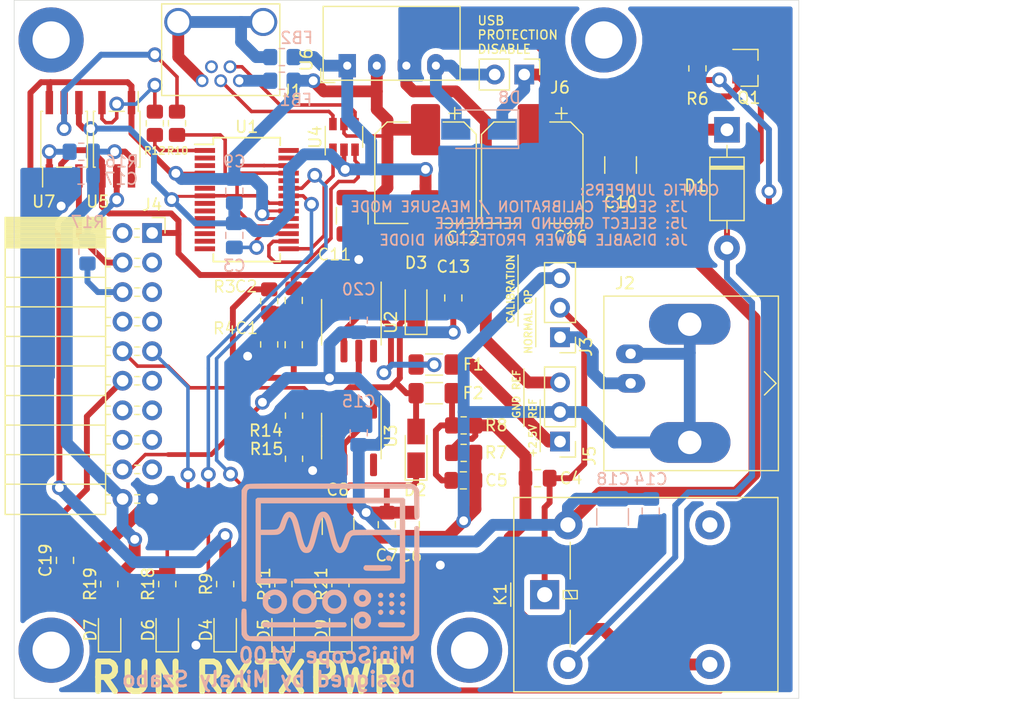
<source format=kicad_pcb>
(kicad_pcb (version 20171130) (host pcbnew "(5.1.10)-1")
  (layers (0 F.Cu signal) (31 B.Cu signal) (34 B.Paste user hide) (35 F.Paste user hide) (36 B.SilkS user) (37 F.SilkS user) (38 B.Mask user hide) (39 F.Mask user hide) (44 Edge.Cuts user))
  (net 0 "")
  (net 1 "Net-(C1-Pad2)")
  (net 2 +5V)
  (net 3 GND)
  (net 4 Earth)
  (net 5 "Net-(C4-Pad2)")
  (net 6 "Net-(C4-Pad1)")
  (net 7 GNDREF)
  (net 8 "Net-(C5-Pad1)")
  (net 9 VBUS)
  (net 10 +3V3)
  (net 11 "Net-(D1-Pad2)")
  (net 12 "Net-(D2-Pad2)")
  (net 13 "Net-(D4-Pad2)")
  (net 14 "Net-(D4-Pad1)")
  (net 15 "Net-(D5-Pad2)")
  (net 16 "Net-(D5-Pad1)")
  (net 17 "Net-(D6-Pad2)")
  (net 18 "Net-(D7-Pad2)")
  (net 19 RUN)
  (net 20 "Net-(D9-Pad2)")
  (net 21 "Net-(F1-Pad2)")
  (net 22 "Net-(J1-Pad4)")
  (net 23 "Net-(J1-Pad3)")
  (net 24 "Net-(J1-Pad2)")
  (net 25 "Net-(J2-Pad1)")
  (net 26 "Net-(J4-Pad17)")
  (net 27 "Net-(J4-Pad16)")
  (net 28 "Net-(J4-Pad15)")
  (net 29 "Net-(J4-Pad14)")
  (net 30 "Net-(J4-Pad13)")
  (net 31 ac_dc_couple)
  (net 32 "Net-(J4-Pad11)")
  (net 33 TO_ADC)
  (net 34 "Net-(J4-Pad8)")
  (net 35 "Net-(J4-Pad7)")
  (net 36 RX)
  (net 37 "Net-(J4-Pad5)")
  (net 38 TX)
  (net 39 "Net-(J4-Pad3)")
  (net 40 "Net-(J4-Pad2)")
  (net 41 "Net-(K1-Pad4)")
  (net 42 "Net-(Q1-Pad1)")
  (net 43 "Net-(R10-Pad2)")
  (net 44 "Net-(R10-Pad1)")
  (net 45 "Net-(R12-Pad2)")
  (net 46 "Net-(R12-Pad1)")
  (net 47 "Net-(R14-Pad1)")
  (net 48 "Net-(R16-Pad2)")
  (net 49 "Net-(R17-Pad1)")
  (net 50 "Net-(U1-Pad28)")
  (net 51 "Net-(U1-Pad27)")
  (net 52 "Net-(U1-Pad14)")
  (net 53 "Net-(U1-Pad13)")
  (net 54 "Net-(U1-Pad12)")
  (net 55 "Net-(U1-Pad11)")
  (net 56 "Net-(U1-Pad10)")
  (net 57 "Net-(U1-Pad9)")
  (net 58 "Net-(U1-Pad6)")
  (net 59 "Net-(U1-Pad3)")
  (net 60 "Net-(U1-Pad2)")
  (net 61 "Net-(U2-Pad8)")
  (net 62 "Net-(U2-Pad5)")
  (net 63 "Net-(U2-Pad1)")
  (net 64 "Net-(U3-Pad8)")
  (net 65 "Net-(U3-Pad5)")
  (net 66 "Net-(U3-Pad1)")
  (net 67 "Net-(C3-Pad2)")
  (net 68 "Net-(D8-Pad2)")
  (net 69 "Net-(F1-Pad1)")
  (net 70 "Net-(FB1-Pad1)")
  (net 71 "Net-(U1-Pad16)")
  (net 72 "Net-(U1-Pad15)")
  (net 73 "Net-(FB2-Pad2)")
  (module mini_scope:logo (layer B.Cu) (at 45.321 108.316 180)
    (fp_text reference G*** hide)
    (fp_text value LOGO hide)
  )
  (module mini_scope:SSOP-28_5.3x10.2mm_P0.65mm (layer F.Cu) (at 38.1328 77.132)
    (fp_text reference U1 (at 0 -6.25) (layer F.SilkS))
    (fp_text value FT232RL)
    (pad 28 smd rect (at 3.6 -4.225) (size 1.75 0.42) (layers F.Cu F.Paste F.Mask) (net 50 "Net-(U1-Pad28)"))
    (pad 27 smd rect (at 3.6 -3.575) (size 1.75 0.42) (layers F.Cu F.Paste F.Mask) (net 51 "Net-(U1-Pad27)"))
    (pad 26 smd rect (at 3.6 -2.925) (size 1.75 0.42) (layers F.Cu F.Paste F.Mask) (net 4 Earth))
    (pad 25 smd rect (at 3.6 -2.275) (size 1.75 0.42) (layers F.Cu F.Paste F.Mask) (net 4 Earth))
    (pad 24 smd rect (at 3.6 -1.625) (size 1.75 0.42) (layers F.Cu F.Paste F.Mask))
    (pad 23 smd rect (at 3.6 -0.975) (size 1.75 0.42) (layers F.Cu F.Paste F.Mask) (net 16 "Net-(D5-Pad1)"))
    (pad 22 smd rect (at 3.6 -0.325) (size 1.75 0.42) (layers F.Cu F.Paste F.Mask) (net 14 "Net-(D4-Pad1)"))
    (pad 21 smd rect (at 3.6 0.325) (size 1.75 0.42) (layers F.Cu F.Paste F.Mask) (net 4 Earth))
    (pad 20 smd rect (at 3.6 0.975) (size 1.75 0.42) (layers F.Cu F.Paste F.Mask) (net 9 VBUS))
    (pad 19 smd rect (at 3.6 1.625) (size 1.75 0.42) (layers F.Cu F.Paste F.Mask) (net 9 VBUS))
    (pad 18 smd rect (at 3.6 2.275) (size 1.75 0.42) (layers F.Cu F.Paste F.Mask) (net 4 Earth))
    (pad 17 smd rect (at 3.6 2.925) (size 1.75 0.42) (layers F.Cu F.Paste F.Mask) (net 67 "Net-(C3-Pad2)"))
    (pad 16 smd rect (at 3.6 3.575) (size 1.75 0.42) (layers F.Cu F.Paste F.Mask) (net 71 "Net-(U1-Pad16)"))
    (pad 15 smd rect (at 3.6 4.225) (size 1.75 0.42) (layers F.Cu F.Paste F.Mask) (net 72 "Net-(U1-Pad15)"))
    (pad 14 smd rect (at -3.6 4.225) (size 1.75 0.42) (layers F.Cu F.Paste F.Mask) (net 52 "Net-(U1-Pad14)"))
    (pad 13 smd rect (at -3.6 3.575) (size 1.75 0.42) (layers F.Cu F.Paste F.Mask) (net 53 "Net-(U1-Pad13)"))
    (pad 12 smd rect (at -3.6 2.925) (size 1.75 0.42) (layers F.Cu F.Paste F.Mask) (net 54 "Net-(U1-Pad12)"))
    (pad 11 smd rect (at -3.6 2.275) (size 1.75 0.42) (layers F.Cu F.Paste F.Mask) (net 55 "Net-(U1-Pad11)"))
    (pad 10 smd rect (at -3.6 1.625) (size 1.75 0.42) (layers F.Cu F.Paste F.Mask) (net 56 "Net-(U1-Pad10)"))
    (pad 9 smd rect (at -3.6 0.975) (size 1.75 0.42) (layers F.Cu F.Paste F.Mask) (net 57 "Net-(U1-Pad9)"))
    (pad 8 smd rect (at -3.6 0.325) (size 1.75 0.42) (layers F.Cu F.Paste F.Mask))
    (pad 7 smd rect (at -3.6 -0.325) (size 1.75 0.42) (layers F.Cu F.Paste F.Mask) (net 4 Earth))
    (pad 6 smd rect (at -3.6 -0.975) (size 1.75 0.42) (layers F.Cu F.Paste F.Mask) (net 58 "Net-(U1-Pad6)"))
    (pad 5 smd rect (at -3.6 -1.625) (size 1.75 0.42) (layers F.Cu F.Paste F.Mask) (net 43 "Net-(R10-Pad2)"))
    (pad 4 smd rect (at -3.6 -2.275) (size 1.75 0.42) (layers F.Cu F.Paste F.Mask) (net 9 VBUS))
    (pad 3 smd rect (at -3.6 -2.925) (size 1.75 0.42) (layers F.Cu F.Paste F.Mask) (net 59 "Net-(U1-Pad3)"))
    (pad 2 smd rect (at -3.6 -3.575) (size 1.75 0.42) (layers F.Cu F.Paste F.Mask) (net 60 "Net-(U1-Pad2)"))
    (pad 1 smd rect (at -3.6 -4.225) (size 1.75 0.42) (layers F.Cu F.Paste F.Mask) (net 45 "Net-(R12-Pad2)"))
  )
  (module Resistor_SMD:R_0805_2012Metric_Pad1.20x1.40mm_HandSolder (layer B.Cu) (at 41.1554 64.882 180)
    (fp_text reference FB2 (at -1.27 1.65) (layer B.SilkS) (effects (justify mirror)))
    (fp_text value Ferrite_Bead_Small)
    (pad 2 smd roundrect (at 1 0 180) (size 1.2 1.4) (layers B.Cu B.Paste B.Mask) (roundrect_rratio 0.2083325) (net 73 "Net-(FB2-Pad2)"))
    (pad 1 smd roundrect (at -1 0 180) (size 1.2 1.4) (layers B.Cu B.Paste B.Mask) (roundrect_rratio 0.2083325) (net 4 Earth))
  )
  (module mini_scope:usb_b_mini (layer F.Cu) (at 35.8976 64.374 180)
    (fp_text reference J1 (at -6.1214 -3.4036 180) (layer F.SilkS))
    (fp_text value USB_B_Mini)
    (pad 7 thru_hole circle (at 3.65 2.51 180) (size 2.41 2.41) (drill 1.9) (layers *.Cu *.Mask) (net 73 "Net-(FB2-Pad2)"))
    (pad 6 thru_hole circle (at -3.65 2.51 180) (size 2.41 2.41) (drill 1.9) (layers *.Cu *.Mask) (net 73 "Net-(FB2-Pad2)"))
    (pad 5 thru_hole circle (at 1.6 -2.54 180) (size 1.1 1.1) (drill 0.7) (layers *.Cu *.Mask) (net 73 "Net-(FB2-Pad2)"))
    (pad 4 thru_hole circle (at 0.8 -1.34 180) (size 1.1 1.1) (drill 0.7) (layers *.Cu *.Mask) (net 22 "Net-(J1-Pad4)"))
    (pad 3 thru_hole circle (at 0 -2.54 180) (size 1.1 1.1) (drill 0.7) (layers *.Cu *.Mask) (net 23 "Net-(J1-Pad3)"))
    (pad 2 thru_hole circle (at -0.8 -1.34 180) (size 1.1 1.1) (drill 0.7) (layers *.Cu *.Mask) (net 24 "Net-(J1-Pad2)"))
    (pad 1 thru_hole circle (at -1.6 -2.54 180) (size 1.1 1.1) (drill 0.7) (layers *.Cu *.Mask) (net 70 "Net-(FB1-Pad1)"))
  )
  (module Package_SO:SO-5_4.4x3.6mm_P1.27mm (layer F.Cu) (at 22.4356 71.9432 90)
    (fp_text reference U7 (at -5.3594 -1.7526 180) (layer F.SilkS))
    (fp_text value TLP2368)
    (pad 6 smd rect (at 3.15 -1.27 90) (size 2 0.64) (layers F.Cu F.Paste F.Mask) (net 9 VBUS))
    (pad 5 smd rect (at 3.15 0 90) (size 2 0.64) (layers F.Cu F.Paste F.Mask) (net 44 "Net-(R10-Pad1)"))
    (pad 4 smd rect (at 3.15 1.27 90) (size 2 0.64) (layers F.Cu F.Paste F.Mask) (net 4 Earth))
    (pad 3 smd rect (at -3.15 1.27 90) (size 2 0.64) (layers F.Cu F.Paste F.Mask) (net 38 TX))
    (pad 1 smd rect (at -3.15 -1.27 90) (size 2 0.64) (layers F.Cu F.Paste F.Mask) (net 48 "Net-(R16-Pad2)"))
  )
  (module Package_SO:SO-5_4.4x3.6mm_P1.27mm (layer F.Cu) (at 26.9568 71.9432 270)
    (fp_text reference U5 (at 5.3594 1.6256 180) (layer F.SilkS))
    (fp_text value TLP2368)
    (pad 6 smd rect (at 3.15 -1.27 270) (size 2 0.64) (layers F.Cu F.Paste F.Mask) (net 10 +3V3))
    (pad 5 smd rect (at 3.15 0 270) (size 2 0.64) (layers F.Cu F.Paste F.Mask) (net 49 "Net-(R17-Pad1)"))
    (pad 4 smd rect (at 3.15 1.27 270) (size 2 0.64) (layers F.Cu F.Paste F.Mask) (net 3 GND))
    (pad 3 smd rect (at -3.15 1.27 270) (size 2 0.64) (layers F.Cu F.Paste F.Mask) (net 46 "Net-(R12-Pad1)"))
    (pad 1 smd rect (at -3.15 -1.27 270) (size 2 0.64) (layers F.Cu F.Paste F.Mask) (net 9 VBUS))
  )
  (module Package_TO_SOT_SMD:SOT-23-6 (layer F.Cu) (at 46.4894 71.74 90)
    (fp_text reference U4 (at -0.0254 -2.4638 90) (layer F.SilkS))
    (fp_text value USBLC6-2SC6)
    (pad 5 smd rect (at 1.1 0 90) (size 1.06 0.65) (layers F.Cu F.Paste F.Mask) (net 9 VBUS))
    (pad 6 smd rect (at 1.1 -0.95 90) (size 1.06 0.65) (layers F.Cu F.Paste F.Mask) (net 23 "Net-(J1-Pad3)"))
    (pad 4 smd rect (at 1.1 0.95 90) (size 1.06 0.65) (layers F.Cu F.Paste F.Mask) (net 24 "Net-(J1-Pad2)"))
    (pad 3 smd rect (at -1.1 0.95 90) (size 1.06 0.65) (layers F.Cu F.Paste F.Mask) (net 71 "Net-(U1-Pad16)"))
    (pad 2 smd rect (at -1.1 0 90) (size 1.06 0.65) (layers F.Cu F.Paste F.Mask) (net 4 Earth))
    (pad 1 smd rect (at -1.1 -0.95 90) (size 1.06 0.65) (layers F.Cu F.Paste F.Mask) (net 72 "Net-(U1-Pad15)"))
  )
  (module Connector_PinHeader_2.54mm:PinHeader_1x02_P2.54mm_Vertical (layer F.Cu) (at 61.9834 66.3806 270)
    (fp_text reference J6 (at 1.1176 -3.0734 180) (layer F.SilkS))
    (fp_text value Conn_01x02_Male)
    (pad 2 thru_hole oval (at 0 2.54 270) (size 1.7 1.7) (drill 1) (layers *.Cu *.Mask) (net 68 "Net-(D8-Pad2)"))
    (pad 1 thru_hole rect (at 0 0 270) (size 1.7 1.7) (drill 1) (layers *.Cu *.Mask) (net 2 +5V))
  )
  (module Connector_PinHeader_2.54mm:PinHeader_1x03_P2.54mm_Vertical (layer F.Cu) (at 65.0568 97.9274 180)
    (fp_text reference J5 (at -2.54 -1.2192 90) (layer F.SilkS))
    (fp_text value Conn_01x03_Male)
    (pad 3 thru_hole oval (at 0 5.08 180) (size 1.7 1.7) (drill 1) (layers *.Cu *.Mask) (net 3 GND))
    (pad 2 thru_hole oval (at 0 2.54 180) (size 1.7 1.7) (drill 1) (layers *.Cu *.Mask) (net 7 GNDREF))
    (pad 1 thru_hole rect (at 0 0 180) (size 1.7 1.7) (drill 1) (layers *.Cu *.Mask) (net 69 "Net-(F1-Pad1)"))
  )
  (module Resistor_SMD:R_0805_2012Metric_Pad1.20x1.40mm_HandSolder (layer B.Cu) (at 41.1554 66.914)
    (fp_text reference FB1 (at 1.1938 1.65) (layer B.SilkS) (effects (justify mirror)))
    (fp_text value Ferrite_Bead_Small)
    (pad 2 smd roundrect (at 1 0) (size 1.2 1.4) (layers B.Cu B.Paste B.Mask) (roundrect_rratio 0.2083325) (net 9 VBUS))
    (pad 1 smd roundrect (at -1 0) (size 1.2 1.4) (layers B.Cu B.Paste B.Mask) (roundrect_rratio 0.2083325) (net 70 "Net-(FB1-Pad1)"))
  )
  (module Diode_SMD:D_SMA (layer B.Cu) (at 58.0972 71.0796 180)
    (fp_text reference D8 (at -2.6162 2.7178) (layer B.SilkS) (effects (justify mirror)))
    (fp_text value D_Schottky)
    (pad 2 smd rect (at 2 0 180) (size 2.5 1.8) (layers B.Cu B.Paste B.Mask) (net 68 "Net-(D8-Pad2)"))
    (pad 1 smd rect (at -2 0 180) (size 2.5 1.8) (layers B.Cu B.Paste B.Mask) (net 2 +5V))
  )
  (module mini_scope:Relay_SPDT_Omron-G5LE-1 (layer F.Cu) (at 63.736 111.0846 90)
    (fp_text reference K1 (at 0 -3.8 90) (layer F.SilkS))
    (fp_text value G5LE-1)
    (pad 5 thru_hole oval (at 6 2 90) (size 2.5 2.5) (drill 1.3) (layers *.Cu *.Mask) (net 2 +5V))
    (pad 4 thru_hole oval (at 6 14.2 90) (size 2.5 2.5) (drill 1.3) (layers *.Cu *.Mask) (net 41 "Net-(K1-Pad4)"))
    (pad 3 thru_hole oval (at -6 14.2 90) (size 2.5 2.5) (drill 1.3) (layers *.Cu *.Mask) (net 6 "Net-(C4-Pad1)"))
    (pad 2 thru_hole oval (at -6 2 90) (size 2.5 2.5) (drill 1.3) (layers *.Cu *.Mask) (net 11 "Net-(D1-Pad2)"))
    (pad 1 thru_hole rect (at 0 0 90) (size 2.5 2.5) (drill 1.3) (layers *.Cu *.Mask) (net 5 "Net-(C4-Pad2)"))
  )
  (module MountingHole:MountingHole_3.2mm_M3_DIN965_Pad (layer F.Cu) (at 68.816 63.4088)
    (fp_text reference H4 hide)
    (fp_text value MountingHole)
    (pad 1 thru_hole circle (at 0 0) (size 5.6 5.6) (drill 3.2) (layers *.Cu *.Mask))
  )
  (module MountingHole:MountingHole_3.2mm_M3_DIN965_Pad (layer F.Cu) (at 21.318 63.4088)
    (fp_text reference H3 hide)
    (fp_text value MountingHole)
    (pad 1 thru_hole circle (at 0 0) (size 5.6 5.6) (drill 3.2) (layers *.Cu *.Mask))
  )
  (module MountingHole:MountingHole_3.2mm_M3_DIN965_Pad (layer F.Cu) (at 57.2844 115.8598)
    (fp_text reference H2 hide)
    (fp_text value MountingHole)
    (pad 1 thru_hole circle (at 0 0) (size 5.6 5.6) (drill 3.2) (layers *.Cu *.Mask))
  )
  (module MountingHole:MountingHole_3.2mm_M3_DIN965_Pad (layer F.Cu) (at 21.318 115.8598)
    (fp_text reference H1 hide)
    (fp_text value MountingHole)
    (pad 1 thru_hole circle (at 0 0) (size 5.6 5.6) (drill 3.2) (layers *.Cu *.Mask))
  )
  (module Capacitor_SMD:C_0805_2012Metric_Pad1.18x1.45mm_HandSolder (layer B.Cu) (at 47.7594 87.4952 90)
    (fp_text reference C20 (at 2.6488 0) (layer B.SilkS) (effects (justify mirror)))
    (fp_text value 100n)
    (pad 2 smd roundrect (at 1.0375 0 90) (size 1.175 1.45) (layers B.Cu B.Paste B.Mask) (roundrect_rratio 0.2127659574468085) (net 3 GND))
    (pad 1 smd roundrect (at -1.0375 0 90) (size 1.175 1.45) (layers B.Cu B.Paste B.Mask) (roundrect_rratio 0.2127659574468085) (net 2 +5V))
  )
  (module Capacitor_SMD:C_0805_2012Metric_Pad1.18x1.45mm_HandSolder (layer F.Cu) (at 22.5118 108.1382 90)
    (fp_text reference C19 (at 0 -1.68 90) (layer F.SilkS))
    (fp_text value 100n)
    (pad 2 smd roundrect (at 1.0375 0 90) (size 1.175 1.45) (layers F.Cu F.Paste F.Mask) (roundrect_rratio 0.2127659574468085) (net 3 GND))
    (pad 1 smd roundrect (at -1.0375 0 90) (size 1.175 1.45) (layers F.Cu F.Paste F.Mask) (roundrect_rratio 0.2127659574468085) (net 10 +3V3))
  )
  (module Capacitor_SMD:C_0805_2012Metric_Pad1.18x1.45mm_HandSolder (layer B.Cu) (at 23.8834 75.0674 180)
    (fp_text reference C17 (at -3.4544 -0.2794) (layer B.SilkS) (effects (justify mirror)))
    (fp_text value 100n)
    (pad 2 smd roundrect (at 1.0375 0 180) (size 1.175 1.45) (layers B.Cu B.Paste B.Mask) (roundrect_rratio 0.2127659574468085) (net 3 GND))
    (pad 1 smd roundrect (at -1.0375 0 180) (size 1.175 1.45) (layers B.Cu B.Paste B.Mask) (roundrect_rratio 0.2127659574468085) (net 10 +3V3))
  )
  (module Capacitor_SMD:C_0805_2012Metric_Pad1.18x1.45mm_HandSolder (layer B.Cu) (at 47.7594 97.1726 90)
    (fp_text reference C15 (at 2.6996 0) (layer B.SilkS) (effects (justify mirror)))
    (fp_text value 100n)
    (pad 2 smd roundrect (at 1.0375 0 90) (size 1.175 1.45) (layers B.Cu B.Paste B.Mask) (roundrect_rratio 0.2127659574468085) (net 3 GND))
    (pad 1 smd roundrect (at -1.0375 0 90) (size 1.175 1.45) (layers B.Cu B.Paste B.Mask) (roundrect_rratio 0.2127659574468085) (net 2 +5V))
  )
  (module Capacitor_SMD:C_0805_2012Metric_Pad1.18x1.45mm_HandSolder (layer B.Cu) (at 72.8546 103.8964 270)
    (fp_text reference C14 (at -2.7432 0) (layer B.SilkS) (effects (justify mirror)))
    (fp_text value 100n)
    (pad 2 smd roundrect (at 1.0375 0 270) (size 1.175 1.45) (layers B.Cu B.Paste B.Mask) (roundrect_rratio 0.2127659574468085) (net 3 GND))
    (pad 1 smd roundrect (at -1.0375 0 270) (size 1.175 1.45) (layers B.Cu B.Paste B.Mask) (roundrect_rratio 0.2127659574468085) (net 2 +5V))
  )
  (module Capacitor_SMD:C_0805_2012Metric_Pad1.18x1.45mm_HandSolder (layer F.Cu) (at 55.8874 85.583 90)
    (fp_text reference C13 (at 2.6924 0 180) (layer F.SilkS))
    (fp_text value 100n)
    (pad 2 smd roundrect (at 1.0375 0 90) (size 1.175 1.45) (layers F.Cu F.Paste F.Mask) (roundrect_rratio 0.2127659574468085) (net 3 GND))
    (pad 1 smd roundrect (at -1.0375 0 90) (size 1.175 1.45) (layers F.Cu F.Paste F.Mask) (roundrect_rratio 0.2127659574468085) (net 2 +5V))
  )
  (module Capacitor_SMD:C_0805_2012Metric_Pad1.18x1.45mm_HandSolder (layer B.Cu) (at 37.066 76.3954 270)
    (fp_text reference C9 (at -2.5472 0) (layer B.SilkS) (effects (justify mirror)))
    (fp_text value 100n)
    (pad 2 smd roundrect (at 1.0375 0 270) (size 1.175 1.45) (layers B.Cu B.Paste B.Mask) (roundrect_rratio 0.2127659574468085) (net 4 Earth))
    (pad 1 smd roundrect (at -1.0375 0 270) (size 1.175 1.45) (layers B.Cu B.Paste B.Mask) (roundrect_rratio 0.2127659574468085) (net 9 VBUS))
  )
  (module Capacitor_SMD:C_0805_2012Metric_Pad1.18x1.45mm_HandSolder (layer F.Cu) (at 50.1724 105.072 270)
    (fp_text reference C7 (at 2.6344 0 180) (layer F.SilkS))
    (fp_text value 100n)
    (pad 2 smd roundrect (at 1.0375 0 270) (size 1.175 1.45) (layers F.Cu F.Paste F.Mask) (roundrect_rratio 0.2127659574468085) (net 7 GNDREF))
    (pad 1 smd roundrect (at -1.0375 0 270) (size 1.175 1.45) (layers F.Cu F.Paste F.Mask) (roundrect_rratio 0.2127659574468085) (net 2 +5V))
  )
  (module Capacitor_SMD:C_0805_2012Metric_Pad1.18x1.45mm_HandSolder (layer F.Cu) (at 52.2298 105.072 270)
    (fp_text reference C6 (at 2.6598 0 180) (layer F.SilkS))
    (fp_text value 100n)
    (pad 2 smd roundrect (at 1.0375 0 270) (size 1.175 1.45) (layers F.Cu F.Paste F.Mask) (roundrect_rratio 0.2127659574468085) (net 7 GNDREF))
    (pad 1 smd roundrect (at -1.0375 0 270) (size 1.175 1.45) (layers F.Cu F.Paste F.Mask) (roundrect_rratio 0.2127659574468085) (net 2 +5V))
  )
  (module Capacitor_SMD:C_0805_2012Metric_Pad1.18x1.45mm_HandSolder (layer F.Cu) (at 56.751 101.262)
    (fp_text reference C5 (at 2.8448 -0.0072) (layer F.SilkS))
    (fp_text value 1n)
    (pad 2 smd roundrect (at 1.0375 0) (size 1.175 1.45) (layers F.Cu F.Paste F.Mask) (roundrect_rratio 0.2127659574468085) (net 7 GNDREF))
    (pad 1 smd roundrect (at -1.0375 0) (size 1.175 1.45) (layers F.Cu F.Paste F.Mask) (roundrect_rratio 0.2127659574468085) (net 8 "Net-(C5-Pad1)"))
  )
  (module Capacitor_SMD:C_0805_2012Metric_Pad1.18x1.45mm_HandSolder (layer F.Cu) (at 63.1264 101.077)
    (fp_text reference C4 (at 2.8702 0) (layer F.SilkS))
    (fp_text value 1u)
    (pad 2 smd roundrect (at 1.0375 0) (size 1.175 1.45) (layers F.Cu F.Paste F.Mask) (roundrect_rratio 0.2127659574468085) (net 5 "Net-(C4-Pad2)"))
    (pad 1 smd roundrect (at -1.0375 0) (size 1.175 1.45) (layers F.Cu F.Paste F.Mask) (roundrect_rratio 0.2127659574468085) (net 6 "Net-(C4-Pad1)"))
  )
  (module Capacitor_SMD:C_0805_2012Metric_Pad1.18x1.45mm_HandSolder (layer F.Cu) (at 42.1714 85.7934 90)
    (fp_text reference C2 (at 1.201 -4.0894) (layer F.SilkS) (effects (font (thickness 0.127))))
    (fp_text value 100n)
    (pad 2 smd roundrect (at 1.0375 0 90) (size 1.175 1.45) (layers F.Cu F.Paste F.Mask) (roundrect_rratio 0.2127659574468085) (net 3 GND))
    (pad 1 smd roundrect (at -1.0375 0 90) (size 1.175 1.45) (layers F.Cu F.Paste F.Mask) (roundrect_rratio 0.2127659574468085) (net 1 "Net-(C1-Pad2)"))
  )
  (module Capacitor_SMD:C_0805_2012Metric_Pad1.18x1.45mm_HandSolder (layer F.Cu) (at 42.1714 89.6034 90)
    (fp_text reference C1 (at 1.4296 -4.0386) (layer F.SilkS) (effects (font (thickness 0.127))))
    (fp_text value 100n)
    (pad 2 smd roundrect (at 1.0375 0 90) (size 1.175 1.45) (layers F.Cu F.Paste F.Mask) (roundrect_rratio 0.2127659574468085) (net 1 "Net-(C1-Pad2)"))
    (pad 1 smd roundrect (at -1.0375 0 90) (size 1.175 1.45) (layers F.Cu F.Paste F.Mask) (roundrect_rratio 0.2127659574468085) (net 2 +5V))
  )
  (module Capacitor_SMD:C_0805_2012Metric_Pad1.18x1.45mm_HandSolder (layer B.Cu) (at 37.066 80.2054 270)
    (fp_text reference C3 (at 2.609 0) (layer B.SilkS) (effects (justify mirror)))
    (fp_text value 100n)
    (pad 2 smd roundrect (at 1.0375 0 270) (size 1.175 1.45) (layers B.Cu B.Paste B.Mask) (roundrect_rratio 0.2127659574468085) (net 67 "Net-(C3-Pad2)"))
    (pad 1 smd roundrect (at -1.0375 0 270) (size 1.175 1.45) (layers B.Cu B.Paste B.Mask) (roundrect_rratio 0.2127659574468085) (net 4 Earth))
  )
  (module Converter_DCDC:Converter_DCDC_muRata_CRE1xxxxxxSC_THT (layer F.Cu) (at 46.7688 65.6186 90)
    (fp_text reference U6 (at 0.5 -3.5 270) (layer F.SilkS))
    (fp_text value CRE1S0505SC)
    (pad 1 thru_hole rect (at 0 0) (size 1.5 2) (drill 0.7) (layers *.Cu *.Mask) (net 4 Earth))
    (pad 2 thru_hole oval (at 0 2.54) (size 1.5 2) (drill 0.7) (layers *.Cu *.Mask) (net 9 VBUS))
    (pad 3 thru_hole oval (at 0 5.08) (size 1.5 2) (drill 0.7) (layers *.Cu *.Mask) (net 3 GND))
    (pad 4 thru_hole oval (at 0 7.62) (size 1.5 2) (drill 0.7) (layers *.Cu *.Mask) (net 68 "Net-(D8-Pad2)"))
  )
  (module Package_SO:SOIC-8_3.9x4.9mm_P1.27mm (layer F.Cu) (at 47.1244 97.452 270)
    (fp_text reference U3 (at 0 -3.4 90) (layer F.SilkS))
    (fp_text value OPA340UA)
    (pad 8 smd roundrect (at 2.475 -1.905 270) (size 1.95 0.6) (layers F.Cu F.Paste F.Mask) (net 64 "Net-(U3-Pad8)"))
    (pad 7 smd roundrect (at 2.475 -0.635 270) (size 1.95 0.6) (layers F.Cu F.Paste F.Mask) (net 2 +5V))
    (pad 6 smd roundrect (at 2.475 0.635 270) (size 1.95 0.6) (layers F.Cu F.Paste F.Mask) (net 47 "Net-(R14-Pad1)"))
    (pad 5 smd roundrect (at 2.475 1.905 270) (size 1.95 0.6) (layers F.Cu F.Paste F.Mask) (net 65 "Net-(U3-Pad5)"))
    (pad 4 smd roundrect (at -2.475 1.905 270) (size 1.95 0.6) (layers F.Cu F.Paste F.Mask) (net 3 GND))
    (pad 3 smd roundrect (at -2.475 0.635 270) (size 1.95 0.6) (layers F.Cu F.Paste F.Mask) (net 12 "Net-(D2-Pad2)"))
    (pad 2 smd roundrect (at -2.475 -0.635 270) (size 1.95 0.6) (layers F.Cu F.Paste F.Mask) (net 47 "Net-(R14-Pad1)"))
    (pad 1 smd roundrect (at -2.475 -1.905 270) (size 1.95 0.6) (layers F.Cu F.Paste F.Mask) (net 66 "Net-(U3-Pad1)"))
  )
  (module Package_SO:SOIC-8_3.9x4.9mm_P1.27mm (layer F.Cu) (at 47.1244 87.673 270)
    (fp_text reference U2 (at 0 -3.4 90) (layer F.SilkS))
    (fp_text value OPA340UA)
    (pad 8 smd roundrect (at 2.475 -1.905 270) (size 1.95 0.6) (layers F.Cu F.Paste F.Mask) (net 61 "Net-(U2-Pad8)"))
    (pad 7 smd roundrect (at 2.475 -0.635 270) (size 1.95 0.6) (layers F.Cu F.Paste F.Mask) (net 2 +5V))
    (pad 6 smd roundrect (at 2.475 0.635 270) (size 1.95 0.6) (layers F.Cu F.Paste F.Mask) (net 21 "Net-(F1-Pad2)"))
    (pad 5 smd roundrect (at 2.475 1.905 270) (size 1.95 0.6) (layers F.Cu F.Paste F.Mask) (net 62 "Net-(U2-Pad5)"))
    (pad 4 smd roundrect (at -2.475 1.905 270) (size 1.95 0.6) (layers F.Cu F.Paste F.Mask) (net 3 GND))
    (pad 3 smd roundrect (at -2.475 0.635 270) (size 1.95 0.6) (layers F.Cu F.Paste F.Mask) (net 1 "Net-(C1-Pad2)"))
    (pad 2 smd roundrect (at -2.475 -0.635 270) (size 1.95 0.6) (layers F.Cu F.Paste F.Mask) (net 21 "Net-(F1-Pad2)"))
    (pad 1 smd roundrect (at -2.475 -1.905 270) (size 1.95 0.6) (layers F.Cu F.Paste F.Mask) (net 63 "Net-(U2-Pad1)"))
  )
  (module Resistor_SMD:R_0805_2012Metric_Pad1.20x1.40mm_HandSolder (layer F.Cu) (at 46.1846 110.1774 90)
    (fp_text reference R21 (at 0 -1.65 90) (layer F.SilkS))
    (fp_text value 270)
    (pad 2 smd roundrect (at 1 0 90) (size 1.2 1.4) (layers F.Cu F.Paste F.Mask) (roundrect_rratio 0.2083325) (net 2 +5V))
    (pad 1 smd roundrect (at -1 0 90) (size 1.2 1.4) (layers F.Cu F.Paste F.Mask) (roundrect_rratio 0.2083325) (net 20 "Net-(D9-Pad2)"))
  )
  (module Resistor_SMD:R_0805_2012Metric_Pad1.20x1.40mm_HandSolder (layer F.Cu) (at 26.3218 110.1774 90)
    (fp_text reference R19 (at 0 -1.65 90) (layer F.SilkS))
    (fp_text value 270)
    (pad 2 smd roundrect (at 1 0 90) (size 1.2 1.4) (layers F.Cu F.Paste F.Mask) (roundrect_rratio 0.2083325) (net 10 +3V3))
    (pad 1 smd roundrect (at -1 0 90) (size 1.2 1.4) (layers F.Cu F.Paste F.Mask) (roundrect_rratio 0.2083325) (net 18 "Net-(D7-Pad2)"))
  )
  (module Resistor_SMD:R_0805_2012Metric_Pad1.20x1.40mm_HandSolder (layer F.Cu) (at 31.3002 110.1774 90)
    (fp_text reference R18 (at 0 -1.65 90) (layer F.SilkS))
    (fp_text value 270)
    (pad 2 smd roundrect (at 1 0 90) (size 1.2 1.4) (layers F.Cu F.Paste F.Mask) (roundrect_rratio 0.2083325) (net 19 RUN))
    (pad 1 smd roundrect (at -1 0 90) (size 1.2 1.4) (layers F.Cu F.Paste F.Mask) (roundrect_rratio 0.2083325) (net 17 "Net-(D6-Pad2)"))
  )
  (module Resistor_SMD:R_0805_2012Metric_Pad1.20x1.40mm_HandSolder (layer B.Cu) (at 24.4422 81.6206 270)
    (fp_text reference R17 (at -2.5654 -0.0254 180) (layer B.SilkS) (effects (justify mirror)))
    (fp_text value 470)
    (pad 2 smd roundrect (at 1 0 270) (size 1.2 1.4) (layers B.Cu B.Paste B.Mask) (roundrect_rratio 0.2083325) (net 36 RX))
    (pad 1 smd roundrect (at -1 0 270) (size 1.2 1.4) (layers B.Cu B.Paste B.Mask) (roundrect_rratio 0.2083325) (net 49 "Net-(R17-Pad1)"))
  )
  (module Resistor_SMD:R_0805_2012Metric_Pad1.20x1.40mm_HandSolder (layer B.Cu) (at 23.9088 73.0172 180)
    (fp_text reference R16 (at -3.4798 -0.831) (layer B.SilkS) (effects (justify mirror)))
    (fp_text value 470)
    (pad 2 smd roundrect (at 1 0 180) (size 1.2 1.4) (layers B.Cu B.Paste B.Mask) (roundrect_rratio 0.2083325) (net 48 "Net-(R16-Pad2)"))
    (pad 1 smd roundrect (at -1 0 180) (size 1.2 1.4) (layers B.Cu B.Paste B.Mask) (roundrect_rratio 0.2083325) (net 10 +3V3))
  )
  (module Resistor_SMD:R_0805_2012Metric_Pad1.20x1.40mm_HandSolder (layer F.Cu) (at 42.1968 99.4078 270)
    (fp_text reference R15 (at -0.8454 2.3622 180) (layer F.SilkS))
    (fp_text value "1k 1%")
    (pad 2 smd roundrect (at 1 0 270) (size 1.2 1.4) (layers F.Cu F.Paste F.Mask) (roundrect_rratio 0.2083325) (net 3 GND))
    (pad 1 smd roundrect (at -1 0 270) (size 1.2 1.4) (layers F.Cu F.Paste F.Mask) (roundrect_rratio 0.2083325) (net 33 TO_ADC))
  )
  (module Resistor_SMD:R_0805_2012Metric_Pad1.20x1.40mm_HandSolder (layer F.Cu) (at 42.1968 95.6994 270)
    (fp_text reference R14 (at 1.2882 2.413 180) (layer F.SilkS))
    (fp_text value "1k 1%")
    (pad 2 smd roundrect (at 1 0 270) (size 1.2 1.4) (layers F.Cu F.Paste F.Mask) (roundrect_rratio 0.2083325) (net 33 TO_ADC))
    (pad 1 smd roundrect (at -1 0 270) (size 1.2 1.4) (layers F.Cu F.Paste F.Mask) (roundrect_rratio 0.2083325) (net 47 "Net-(R14-Pad1)"))
  )
  (module Resistor_SMD:R_0805_2012Metric_Pad1.20x1.40mm_HandSolder (layer F.Cu) (at 30.2334 70.5716 270)
    (fp_text reference R12 (at 2.3622 0) (layer F.SilkS) (effects (font (size 0.635 0.635) (thickness 0.127))))
    (fp_text value 470)
    (pad 2 smd roundrect (at 1 0 270) (size 1.2 1.4) (layers F.Cu F.Paste F.Mask) (roundrect_rratio 0.2083325) (net 45 "Net-(R12-Pad2)"))
    (pad 1 smd roundrect (at -1 0 270) (size 1.2 1.4) (layers F.Cu F.Paste F.Mask) (roundrect_rratio 0.2083325) (net 46 "Net-(R12-Pad1)"))
  )
  (module Resistor_SMD:R_0805_2012Metric_Pad1.20x1.40mm_HandSolder (layer F.Cu) (at 41.2824 110.1774 90)
    (fp_text reference R11 (at 0 -1.65 90) (layer F.SilkS))
    (fp_text value 270)
    (pad 2 smd roundrect (at 1 0 90) (size 1.2 1.4) (layers F.Cu F.Paste F.Mask) (roundrect_rratio 0.2083325) (net 9 VBUS))
    (pad 1 smd roundrect (at -1 0 90) (size 1.2 1.4) (layers F.Cu F.Paste F.Mask) (roundrect_rratio 0.2083325) (net 15 "Net-(D5-Pad2)"))
  )
  (module Resistor_SMD:R_0805_2012Metric_Pad1.20x1.40mm_HandSolder (layer F.Cu) (at 32.1384 70.5716 270)
    (fp_text reference R10 (at 2.3622 -0.0508) (layer F.SilkS) (effects (font (size 0.635 0.635) (thickness 0.127))))
    (fp_text value 470)
    (pad 2 smd roundrect (at 1 0 270) (size 1.2 1.4) (layers F.Cu F.Paste F.Mask) (roundrect_rratio 0.2083325) (net 43 "Net-(R10-Pad2)"))
    (pad 1 smd roundrect (at -1 0 270) (size 1.2 1.4) (layers F.Cu F.Paste F.Mask) (roundrect_rratio 0.2083325) (net 44 "Net-(R10-Pad1)"))
  )
  (module Resistor_SMD:R_0805_2012Metric_Pad1.20x1.40mm_HandSolder (layer F.Cu) (at 36.2786 110.1774 90)
    (fp_text reference R9 (at 0 -1.65 90) (layer F.SilkS))
    (fp_text value 270)
    (pad 2 smd roundrect (at 1 0 90) (size 1.2 1.4) (layers F.Cu F.Paste F.Mask) (roundrect_rratio 0.2083325) (net 9 VBUS))
    (pad 1 smd roundrect (at -1 0 90) (size 1.2 1.4) (layers F.Cu F.Paste F.Mask) (roundrect_rratio 0.2083325) (net 13 "Net-(D4-Pad2)"))
  )
  (module Resistor_SMD:R_0805_2012Metric_Pad1.20x1.40mm_HandSolder (layer F.Cu) (at 56.7764 96.5376)
    (fp_text reference R8 (at 2.794 -0.0072) (layer F.SilkS))
    (fp_text value 1k)
    (pad 2 smd roundrect (at 1 0) (size 1.2 1.4) (layers F.Cu F.Paste F.Mask) (roundrect_rratio 0.2083325) (net 6 "Net-(C4-Pad1)"))
    (pad 1 smd roundrect (at -1 0) (size 1.2 1.4) (layers F.Cu F.Paste F.Mask) (roundrect_rratio 0.2083325) (net 8 "Net-(C5-Pad1)"))
  )
  (module Resistor_SMD:R_0805_2012Metric_Pad1.20x1.40mm_HandSolder (layer F.Cu) (at 56.7764 98.8998)
    (fp_text reference R7 (at 2.794 -0.0326) (layer F.SilkS))
    (fp_text value "1M 1%")
    (pad 2 smd roundrect (at 1 0) (size 1.2 1.4) (layers F.Cu F.Paste F.Mask) (roundrect_rratio 0.2083325) (net 7 GNDREF))
    (pad 1 smd roundrect (at -1 0) (size 1.2 1.4) (layers F.Cu F.Paste F.Mask) (roundrect_rratio 0.2083325) (net 6 "Net-(C4-Pad1)"))
  )
  (module Resistor_SMD:R_0805_2012Metric_Pad1.20x1.40mm_HandSolder (layer F.Cu) (at 76.8678 65.8544 270)
    (fp_text reference R6 (at 2.609 0 180) (layer F.SilkS))
    (fp_text value 1k)
    (pad 2 smd roundrect (at 1 0 270) (size 1.2 1.4) (layers F.Cu F.Paste F.Mask) (roundrect_rratio 0.2083325) (net 31 ac_dc_couple))
    (pad 1 smd roundrect (at -1 0 270) (size 1.2 1.4) (layers F.Cu F.Paste F.Mask) (roundrect_rratio 0.2083325) (net 42 "Net-(Q1-Pad1)"))
  )
  (module Resistor_SMD:R_0805_2012Metric_Pad1.20x1.40mm_HandSolder (layer F.Cu) (at 40.0632 89.578 270)
    (fp_text reference R4 (at -1.3788 3.8608 180) (layer F.SilkS) (effects (font (thickness 0.127))))
    (fp_text value "1k 1%")
    (pad 2 smd roundrect (at 1 0 270) (size 1.2 1.4) (layers F.Cu F.Paste F.Mask) (roundrect_rratio 0.2083325) (net 3 GND))
    (pad 1 smd roundrect (at -1 0 270) (size 1.2 1.4) (layers F.Cu F.Paste F.Mask) (roundrect_rratio 0.2083325) (net 1 "Net-(C1-Pad2)"))
  )
  (module Resistor_SMD:R_0805_2012Metric_Pad1.20x1.40mm_HandSolder (layer F.Cu) (at 40.0632 85.8442 270)
    (fp_text reference R3 (at -1.2264 3.8354) (layer F.SilkS) (effects (font (thickness 0.127))))
    (fp_text value "1k 1%")
    (pad 2 smd roundrect (at 1 0 270) (size 1.2 1.4) (layers F.Cu F.Paste F.Mask) (roundrect_rratio 0.2083325) (net 1 "Net-(C1-Pad2)"))
    (pad 1 smd roundrect (at -1 0 270) (size 1.2 1.4) (layers F.Cu F.Paste F.Mask) (roundrect_rratio 0.2083325) (net 2 +5V))
  )
  (module Package_TO_SOT_SMD:SOT-23 (layer F.Cu) (at 81.3128 65.8036)
    (fp_text reference Q1 (at -0.0254 2.5836) (layer F.SilkS))
    (fp_text value BC848)
    (pad 3 smd rect (at 1 0) (size 0.9 0.8) (layers F.Cu F.Paste F.Mask) (net 11 "Net-(D1-Pad2)"))
    (pad 2 smd rect (at -1 0.95) (size 0.9 0.8) (layers F.Cu F.Paste F.Mask) (net 3 GND))
    (pad 1 smd rect (at -1 -0.95) (size 0.9 0.8) (layers F.Cu F.Paste F.Mask) (net 42 "Net-(Q1-Pad1)"))
  )
  (module Connector_PinSocket_2.54mm:PinSocket_2x10_P2.54mm_Horizontal (layer F.Cu) (at 30 80)
    (fp_text reference J4 (at 0.0048 -2.418) (layer F.SilkS))
    (fp_text value STK3700_exp_conn)
    (pad 20 thru_hole oval (at -2.54 22.86) (size 1.7 1.7) (drill 1) (layers *.Cu *.Mask) (net 10 +3V3))
    (pad 19 thru_hole oval (at 0 22.86) (size 1.7 1.7) (drill 1) (layers *.Cu *.Mask) (net 3 GND))
    (pad 18 thru_hole oval (at -2.54 20.32) (size 1.7 1.7) (drill 1) (layers *.Cu *.Mask) (net 2 +5V))
    (pad 17 thru_hole oval (at 0 20.32) (size 1.7 1.7) (drill 1) (layers *.Cu *.Mask) (net 26 "Net-(J4-Pad17)"))
    (pad 16 thru_hole oval (at -2.54 17.78) (size 1.7 1.7) (drill 1) (layers *.Cu *.Mask) (net 27 "Net-(J4-Pad16)"))
    (pad 15 thru_hole oval (at 0 17.78) (size 1.7 1.7) (drill 1) (layers *.Cu *.Mask) (net 28 "Net-(J4-Pad15)"))
    (pad 14 thru_hole oval (at -2.54 15.24) (size 1.7 1.7) (drill 1) (layers *.Cu *.Mask) (net 29 "Net-(J4-Pad14)"))
    (pad 13 thru_hole oval (at 0 15.24) (size 1.7 1.7) (drill 1) (layers *.Cu *.Mask) (net 30 "Net-(J4-Pad13)"))
    (pad 12 thru_hole oval (at -2.54 12.7) (size 1.7 1.7) (drill 1) (layers *.Cu *.Mask) (net 31 ac_dc_couple))
    (pad 11 thru_hole oval (at 0 12.7) (size 1.7 1.7) (drill 1) (layers *.Cu *.Mask) (net 32 "Net-(J4-Pad11)"))
    (pad 10 thru_hole oval (at -2.54 10.16) (size 1.7 1.7) (drill 1) (layers *.Cu *.Mask) (net 33 TO_ADC))
    (pad 9 thru_hole oval (at 0 10.16) (size 1.7 1.7) (drill 1) (layers *.Cu *.Mask) (net 19 RUN))
    (pad 8 thru_hole oval (at -2.54 7.62) (size 1.7 1.7) (drill 1) (layers *.Cu *.Mask) (net 34 "Net-(J4-Pad8)"))
    (pad 7 thru_hole oval (at 0 7.62) (size 1.7 1.7) (drill 1) (layers *.Cu *.Mask) (net 35 "Net-(J4-Pad7)"))
    (pad 6 thru_hole oval (at -2.54 5.08) (size 1.7 1.7) (drill 1) (layers *.Cu *.Mask) (net 36 RX))
    (pad 5 thru_hole oval (at 0 5.08) (size 1.7 1.7) (drill 1) (layers *.Cu *.Mask) (net 37 "Net-(J4-Pad5)"))
    (pad 4 thru_hole oval (at -2.54 2.54) (size 1.7 1.7) (drill 1) (layers *.Cu *.Mask) (net 38 TX))
    (pad 3 thru_hole oval (at 0 2.54) (size 1.7 1.7) (drill 1) (layers *.Cu *.Mask) (net 39 "Net-(J4-Pad3)"))
    (pad 2 thru_hole oval (at -2.54 0) (size 1.7 1.7) (drill 1) (layers *.Cu *.Mask) (net 40 "Net-(J4-Pad2)"))
    (pad 1 thru_hole rect (at 0 0) (size 1.7 1.7) (drill 1) (layers *.Cu *.Mask) (net 3 GND))
  )
  (module Connector_PinHeader_2.54mm:PinHeader_1x03_P2.54mm_Vertical (layer F.Cu) (at 65.0568 88.9612 180)
    (fp_text reference J3 (at -2.2352 -0.8128 90) (layer F.SilkS))
    (fp_text value Conn_01x03_Male)
    (pad 3 thru_hole oval (at 0 5.08 180) (size 1.7 1.7) (drill 1) (layers *.Cu *.Mask) (net 7 GNDREF))
    (pad 2 thru_hole oval (at 0 2.54 180) (size 1.7 1.7) (drill 1) (layers *.Cu *.Mask) (net 5 "Net-(C4-Pad2)"))
    (pad 1 thru_hole rect (at 0 0 180) (size 1.7 1.7) (drill 1) (layers *.Cu *.Mask) (net 25 "Net-(J2-Pad1)"))
  )
  (module mini_scope:BNC_Amphenol_B6252HB-NPP3G-50_Horizontal (layer F.Cu) (at 71.1274 92.9236 270)
    (fp_text reference J2 (at -8.6106 0.4826 180) (layer F.SilkS))
    (fp_text value Conn_Coaxial)
    (pad 2 thru_hole oval (at -5.08 -5.08 270) (size 3.5 7) (drill 2.01) (layers *.Cu *.Mask) (net 7 GNDREF))
    (pad 2 thru_hole oval (at 5.08 -5.08 270) (size 3.5 7) (drill 2.01) (layers *.Cu *.Mask) (net 7 GNDREF))
    (pad 1 thru_hole oval (at 0 0 270) (size 1.6 2.5) (drill 0.89) (layers *.Cu *.Mask) (net 25 "Net-(J2-Pad1)"))
    (pad 2 thru_hole oval (at -2.54 0 270) (size 1.6 2.5) (drill 0.89) (layers *.Cu *.Mask) (net 7 GNDREF))
  )
  (module Resistor_SMD:R_1206_3216Metric_Pad1.30x1.75mm_HandSolder (layer F.Cu) (at 54.2364 93.769)
    (fp_text reference F2 (at 3.3528 -0.0072) (layer F.SilkS))
    (fp_text value Polyfuse_Small)
    (pad 2 smd roundrect (at 1.55 0) (size 1.3 1.75) (layers F.Cu F.Paste F.Mask) (roundrect_rratio 0.1923069230769231) (net 8 "Net-(C5-Pad1)"))
    (pad 1 smd roundrect (at -1.55 0) (size 1.3 1.75) (layers F.Cu F.Paste F.Mask) (roundrect_rratio 0.1923069230769231) (net 12 "Net-(D2-Pad2)"))
  )
  (module Resistor_SMD:R_1206_3216Metric_Pad1.30x1.75mm_HandSolder (layer F.Cu) (at 54.2364 91.3052 180)
    (fp_text reference F1 (at -3.3782 0.0072) (layer F.SilkS))
    (fp_text value Polyfuse_Small)
    (pad 2 smd roundrect (at 1.55 0 180) (size 1.3 1.75) (layers F.Cu F.Paste F.Mask) (roundrect_rratio 0.1923069230769231) (net 21 "Net-(F1-Pad2)"))
    (pad 1 smd roundrect (at -1.55 0 180) (size 1.3 1.75) (layers F.Cu F.Paste F.Mask) (roundrect_rratio 0.1923069230769231) (net 69 "Net-(F1-Pad1)"))
  )
  (module LED_SMD:LED_0805_2012Metric_Pad1.15x1.40mm_HandSolder (layer F.Cu) (at 46.21 114.1398 90)
    (fp_text reference D9 (at 0 -1.65 90) (layer F.SilkS))
    (fp_text value LED)
    (pad 2 smd roundrect (at 1.025 0 90) (size 1.15 1.4) (layers F.Cu F.Paste F.Mask) (roundrect_rratio 0.2173904347826087) (net 20 "Net-(D9-Pad2)"))
    (pad 1 smd roundrect (at -1.025 0 90) (size 1.15 1.4) (layers F.Cu F.Paste F.Mask) (roundrect_rratio 0.2173904347826087) (net 3 GND))
  )
  (module LED_SMD:LED_0805_2012Metric_Pad1.15x1.40mm_HandSolder (layer F.Cu) (at 26.3472 114.1398 90)
    (fp_text reference D7 (at 0 -1.65 90) (layer F.SilkS))
    (fp_text value LED)
    (pad 2 smd roundrect (at 1.025 0 90) (size 1.15 1.4) (layers F.Cu F.Paste F.Mask) (roundrect_rratio 0.2173904347826087) (net 18 "Net-(D7-Pad2)"))
    (pad 1 smd roundrect (at -1.025 0 90) (size 1.15 1.4) (layers F.Cu F.Paste F.Mask) (roundrect_rratio 0.2173904347826087) (net 19 RUN))
  )
  (module LED_SMD:LED_0805_2012Metric_Pad1.15x1.40mm_HandSolder (layer F.Cu) (at 31.3002 114.1398 90)
    (fp_text reference D6 (at 0 -1.65 90) (layer F.SilkS))
    (fp_text value LED)
    (pad 2 smd roundrect (at 1.025 0 90) (size 1.15 1.4) (layers F.Cu F.Paste F.Mask) (roundrect_rratio 0.2173904347826087) (net 17 "Net-(D6-Pad2)"))
    (pad 1 smd roundrect (at -1.025 0 90) (size 1.15 1.4) (layers F.Cu F.Paste F.Mask) (roundrect_rratio 0.2173904347826087) (net 3 GND))
  )
  (module LED_SMD:LED_0805_2012Metric_Pad1.15x1.40mm_HandSolder (layer F.Cu) (at 41.257 114.1398 90)
    (fp_text reference D5 (at 0 -1.65 90) (layer F.SilkS))
    (fp_text value LED)
    (pad 2 smd roundrect (at 1.025 0 90) (size 1.15 1.4) (layers F.Cu F.Paste F.Mask) (roundrect_rratio 0.2173904347826087) (net 15 "Net-(D5-Pad2)"))
    (pad 1 smd roundrect (at -1.025 0 90) (size 1.15 1.4) (layers F.Cu F.Paste F.Mask) (roundrect_rratio 0.2173904347826087) (net 16 "Net-(D5-Pad1)"))
  )
  (module LED_SMD:LED_0805_2012Metric_Pad1.15x1.40mm_HandSolder (layer F.Cu) (at 36.2786 114.1398 90)
    (fp_text reference D4 (at 0 -1.65 90) (layer F.SilkS))
    (fp_text value LED)
    (pad 2 smd roundrect (at 1.025 0 90) (size 1.15 1.4) (layers F.Cu F.Paste F.Mask) (roundrect_rratio 0.2173904347826087) (net 13 "Net-(D4-Pad2)"))
    (pad 1 smd roundrect (at -1.025 0 90) (size 1.15 1.4) (layers F.Cu F.Paste F.Mask) (roundrect_rratio 0.2173904347826087) (net 14 "Net-(D4-Pad1)"))
  )
  (module Diode_SMD:D_MicroMELF_Handsoldering (layer F.Cu) (at 52.687 85.9894 90)
    (fp_text reference D3 (at 3.429 0 180) (layer F.SilkS))
    (fp_text value D_Schottky)
    (pad 2 smd rect (at 1.45 0 90) (size 2.2 1.5) (layers F.Cu F.Paste F.Mask) (net 3 GND))
    (pad 1 smd rect (at -1.45 0 90) (size 2.2 1.5) (layers F.Cu F.Paste F.Mask) (net 12 "Net-(D2-Pad2)"))
  )
  (module Diode_SMD:D_MicroMELF_Handsoldering (layer F.Cu) (at 52.687 98.5116 90)
    (fp_text reference D2 (at -3.5814 -0.0762 180) (layer F.SilkS))
    (fp_text value D_Schottky)
    (pad 2 smd rect (at 1.45 0 90) (size 2.2 1.5) (layers F.Cu F.Paste F.Mask) (net 12 "Net-(D2-Pad2)"))
    (pad 1 smd rect (at -1.45 0 90) (size 2.2 1.5) (layers F.Cu F.Paste F.Mask) (net 2 +5V))
  )
  (module Diode_THT:D_DO-41_SOD81_P10.16mm_Horizontal (layer F.Cu) (at 79.4078 71.1304 270)
    (fp_text reference D1 (at 4.8006 2.6924 180) (layer F.SilkS))
    (fp_text value 1N4007 hide)
    (pad 2 thru_hole oval (at 10.16 0 270) (size 2.2 2.2) (drill 1.1) (layers *.Cu *.Mask) (net 11 "Net-(D1-Pad2)"))
    (pad 1 thru_hole rect (at 0 0 270) (size 2.2 2.2) (drill 1.1) (layers *.Cu *.Mask) (net 2 +5V))
  )
  (module Capacitor_SMD:C_1210_3225Metric_Pad1.33x2.70mm_HandSolder (layer B.Cu) (at 69.578 104.4044 270)
    (fp_text reference C18 (at -3.2512 -0.0508) (layer B.SilkS) (effects (justify mirror)))
    (fp_text value 10u)
    (pad 2 smd roundrect (at 1.5625 0 270) (size 1.325 2.7) (layers B.Cu B.Paste B.Mask) (roundrect_rratio 0.1886777358490566) (net 3 GND))
    (pad 1 smd roundrect (at -1.5625 0 270) (size 1.325 2.7) (layers B.Cu B.Paste B.Mask) (roundrect_rratio 0.1886777358490566) (net 2 +5V))
  )
  (module Capacitor_SMD:CP_Elec_8x10.5 (layer F.Cu) (at 62.6692 74.8206 270)
    (fp_text reference C16 (at 5.5046 -3.302 180) (layer F.SilkS) (effects (font (thickness 0.127))))
    (fp_text value 470u)
    (pad 2 smd roundrect (at 3.7 0 270) (size 4.4 2.5) (layers F.Cu F.Paste F.Mask) (roundrect_rratio 0.1) (net 3 GND))
    (pad 1 smd roundrect (at -3.7 0 270) (size 4.4 2.5) (layers F.Cu F.Paste F.Mask) (roundrect_rratio 0.1) (net 2 +5V))
  )
  (module Capacitor_SMD:CP_Elec_8x10.5 (layer F.Cu) (at 53.4998 74.8206 270)
    (fp_text reference C12 (at 5.5554 -3.2512 180) (layer F.SilkS) (effects (font (thickness 0.127))))
    (fp_text value 470u)
    (pad 2 smd roundrect (at 3.7 0 270) (size 4.4 2.5) (layers F.Cu F.Paste F.Mask) (roundrect_rratio 0.1) (net 4 Earth))
    (pad 1 smd roundrect (at -3.7 0 270) (size 4.4 2.5) (layers F.Cu F.Paste F.Mask) (roundrect_rratio 0.1) (net 9 VBUS))
  )
  (module Capacitor_SMD:C_1210_3225Metric_Pad1.33x2.70mm_HandSolder (layer F.Cu) (at 47.2006 78.5218 270)
    (fp_text reference C11 (at 3.3274 1.524 180) (layer F.SilkS) (effects (font (thickness 0.127))))
    (fp_text value 10u)
    (pad 2 smd roundrect (at 1.5625 0 270) (size 1.325 2.7) (layers F.Cu F.Paste F.Mask) (roundrect_rratio 0.1886777358490566) (net 4 Earth))
    (pad 1 smd roundrect (at -1.5625 0 270) (size 1.325 2.7) (layers F.Cu F.Paste F.Mask) (roundrect_rratio 0.1886777358490566) (net 9 VBUS))
  )
  (module Capacitor_SMD:C_1210_3225Metric_Pad1.33x2.70mm_HandSolder (layer F.Cu) (at 70.2638 74.1602 270)
    (fp_text reference C10 (at 3.1932 0 180) (layer F.SilkS))
    (fp_text value 10u)
    (pad 2 smd roundrect (at 1.5625 0 270) (size 1.325 2.7) (layers F.Cu F.Paste F.Mask) (roundrect_rratio 0.1886777358490566) (net 3 GND))
    (pad 1 smd roundrect (at -1.5625 0 270) (size 1.325 2.7) (layers F.Cu F.Paste F.Mask) (roundrect_rratio 0.1886777358490566) (net 2 +5V))
  )
  (module Capacitor_SMD:C_1210_3225Metric_Pad1.33x2.70mm_HandSolder (layer F.Cu) (at 45.9814 105.199 270)
    (fp_text reference C8 (at -3.1314 0.0254 180) (layer F.SilkS))
    (fp_text value 10u)
    (pad 2 smd roundrect (at 1.5625 0 270) (size 1.325 2.7) (layers F.Cu F.Paste F.Mask) (roundrect_rratio 0.1886777358490566) (net 7 GNDREF))
    (pad 1 smd roundrect (at -1.5625 0 270) (size 1.325 2.7) (layers F.Cu F.Paste F.Mask) (roundrect_rratio 0.1886777358490566) (net 2 +5V))
  )
  (gr_text "CONFIG JUMPERS:\n    J3: SELECT CALIBRATION / MEASURE MODE\n    J5: SELECT GROUND REFERENCE\n    J6: DISABLE POWER PROTECTION DIODE" (at 78.849 78.471) (layer B.SilkS) (effects (font (size 0.889 0.889)) (justify left mirror)))
  (gr_text "MiniScope V100\nDesigned by Mihaly Szabo" (at 52.814 117.333) (layer B.SilkS) (effects (font (size 1.27 1.27) (thickness 0.254)) (justify left mirror)))
  (gr_text PWR (at 47.48 118.222) (layer F.SilkS) (effects (font (size 2.54 2.54) (thickness 0.508))))
  (gr_text RUN (at 28.684 118.222) (layer F.SilkS) (effects (font (size 2.54 2.54) (thickness 0.508))))
  (gr_text RX (at 36.177 118.222) (layer F.SilkS) (effects (font (size 2.54 2.54) (thickness 0.508))))
  (gr_text TX (at 41.003 118.222) (layer F.SilkS) (effects (font (size 2.54 2.54) (thickness 0.508))))
  (gr_text "GND REF" (at 61.323 93.838 90) (layer F.SilkS) (effects (font (size 0.635 0.635) (thickness 0.127))))
  (gr_line (start 61.958 96.632) (end 61.958 91.679) (layer F.SilkS) (width 0.12))
  (gr_text "+2,5V REF" (at 62.72 96.759 90) (layer F.SilkS) (effects (font (size 0.635 0.635) (thickness 0.127))))
  (gr_line (start 63.355 98.791) (end 63.355 94.346) (layer F.SilkS) (width 0.12))
  (gr_text CALIBRATION (at 60.815 84.821 90) (layer F.SilkS) (effects (font (size 0.635 0.635) (thickness 0.127))))
  (gr_line (start 62.974 89.774) (end 62.974 85.583) (layer F.SilkS) (width 0.12))
  (gr_line (start 61.45 87.996) (end 61.45 81.9) (layer F.SilkS) (width 0.12))
  (gr_text "NORMAL OP" (at 62.339 87.615 90) (layer F.SilkS) (effects (font (size 0.635 0.635) (thickness 0.127))))
  (gr_text "USB \nPROTECTION \nDISABLE" (at 57.894 62.977) (layer F.SilkS) (effects (font (size 0.762 0.762) (thickness 0.127)) (justify left)))
  (gr_line (start 18.143 120) (end 85.58 120) (layer Edge.Cuts) (width 0.05))
  (gr_line (start 18.143 60) (end 85.58 60) (layer Edge.Cuts) (width 0.05))
  (gr_line (start 85.58 120) (end 85.58 60) (layer Edge.Cuts) (width 0.05))
  (gr_line (start 18.143 120) (end 18.143 60) (layer Edge.Cuts) (width 0.05))
  (segment (start 40.0753 88.5659) (end 40.0632 88.578) (width 1.016) (layer F.Cu) (net 1))
  (segment (start 42.1714 88.5659) (end 40.0753 88.5659) (width 1.016) (layer F.Cu) (net 1))
  (segment (start 40.0632 88.578) (end 40.0632 86.8442) (width 1.016) (layer F.Cu) (net 1))
  (segment (start 42.1714 88.5659) (end 42.1714 86.8309) (width 1.016) (layer F.Cu) (net 1))
  (segment (start 40.0765 86.8309) (end 40.0632 86.8442) (width 1.016) (layer F.Cu) (net 1))
  (segment (start 42.1714 86.8309) (end 40.0765 86.8309) (width 1.016) (layer F.Cu) (net 1))
  (segment (start 46.4894 85.198) (end 46.4894 86.3958) (width 0.4064) (layer F.Cu) (net 1))
  (segment (start 46.0543 86.8309) (end 42.1714 86.8309) (width 0.4064) (layer F.Cu) (net 1))
  (segment (start 46.4894 86.3958) (end 46.0543 86.8309) (width 0.4064) (layer F.Cu) (net 1))
  (segment (start 47.7594 92.0164) (end 47.7594 90.148) (width 0.508) (layer F.Cu) (net 2))
  (segment (start 47.3276 92.4482) (end 47.7594 92.0164) (width 0.508) (layer F.Cu) (net 2))
  (segment (start 50.1724 101.7954) (end 50.274 101.6938) (width 0.508) (layer F.Cu) (net 2))
  (segment (start 50.1724 104.0345) (end 50.1724 101.7954) (width 0.508) (layer F.Cu) (net 2))
  (via (at 45.2448 92.4664) (size 1.27) (drill 0.762) (layers F.Cu B.Cu) (net 2))
  (segment (start 45.2376 92.4592) (end 45.2448 92.4664) (width 0.508) (layer F.Cu) (net 2))
  (segment (start 45.2376 92.4482) (end 45.2376 92.4592) (width 0.508) (layer F.Cu) (net 2))
  (segment (start 45.2376 92.4482) (end 47.3276 92.4482) (width 0.508) (layer F.Cu) (net 2))
  (segment (start 52.0956 101.6938) (end 50.274 101.6938) (width 0.508) (layer F.Cu) (net 2))
  (segment (start 52.4258 101.6938) (end 52.0956 101.6938) (width 0.508) (layer F.Cu) (net 2))
  (segment (start 52.687 101.4326) (end 52.4258 101.6938) (width 0.508) (layer F.Cu) (net 2))
  (segment (start 52.687 99.9616) (end 52.687 101.4326) (width 0.508) (layer F.Cu) (net 2))
  (segment (start 42.1714 92.3648) (end 42.2548 92.4482) (width 0.508) (layer F.Cu) (net 2))
  (segment (start 42.1714 90.6409) (end 42.1714 92.3648) (width 0.508) (layer F.Cu) (net 2))
  (segment (start 45.2376 92.4482) (end 42.2548 92.4482) (width 0.508) (layer F.Cu) (net 2))
  (segment (start 38.5668 84.8442) (end 40.0632 84.8442) (width 0.508) (layer F.Cu) (net 2))
  (segment (start 36.939 91.2472) (end 36.939 86.472) (width 0.508) (layer F.Cu) (net 2))
  (segment (start 38.14 92.4482) (end 36.939 91.2472) (width 0.508) (layer F.Cu) (net 2))
  (segment (start 36.939 86.472) (end 38.5668 84.8442) (width 0.508) (layer F.Cu) (net 2))
  (segment (start 42.2548 92.4482) (end 38.14 92.4482) (width 0.508) (layer F.Cu) (net 2))
  (segment (start 28.140526 100.32) (end 29.415526 99.045) (width 0.3048) (layer F.Cu) (net 2))
  (segment (start 27.46 100.32) (end 28.140526 100.32) (width 0.3048) (layer F.Cu) (net 2))
  (segment (start 29.415526 99.045) (end 31.3764 99.045) (width 0.3048) (layer F.Cu) (net 2))
  (segment (start 31.3764 99.045) (end 35.0848 99.045) (width 0.4064) (layer F.Cu) (net 2))
  (via (at 39.479 94.5492) (size 1.27) (drill 0.762) (layers F.Cu B.Cu) (net 2))
  (segment (start 39.479 94.6508) (end 39.479 94.5492) (width 0.4064) (layer F.Cu) (net 2))
  (segment (start 35.0848 99.045) (end 39.479 94.6508) (width 0.4064) (layer F.Cu) (net 2))
  (segment (start 70.2638 71.4098) (end 70.553 71.1206) (width 1.016) (layer F.Cu) (net 2))
  (segment (start 70.2638 72.5977) (end 70.2638 71.4098) (width 1.016) (layer F.Cu) (net 2))
  (segment (start 73.9058 71.1206) (end 70.553 71.1206) (width 1.016) (layer F.Cu) (net 2))
  (segment (start 69.595 102.8589) (end 69.578 102.8419) (width 1.016) (layer B.Cu) (net 2))
  (segment (start 72.8546 102.8589) (end 69.595 102.8589) (width 1.016) (layer B.Cu) (net 2))
  (segment (start 65.8286 71.1206) (end 65.8286 68.8288) (width 1.016) (layer F.Cu) (net 2))
  (segment (start 70.553 71.1206) (end 65.8286 71.1206) (width 1.016) (layer F.Cu) (net 2))
  (segment (start 65.8286 71.1206) (end 62.6692 71.1206) (width 1.016) (layer F.Cu) (net 2))
  (segment (start 63.3804 66.3806) (end 61.9834 66.3806) (width 1.016) (layer F.Cu) (net 2))
  (segment (start 65.8286 68.8288) (end 63.3804 66.3806) (width 1.016) (layer F.Cu) (net 2))
  (segment (start 60.0972 71.0796) (end 60.0972 69.5368) (width 1.016) (layer B.Cu) (net 2))
  (segment (start 61.9834 67.6506) (end 61.9834 66.3806) (width 1.016) (layer B.Cu) (net 2))
  (segment (start 60.0972 69.5368) (end 61.9834 67.6506) (width 1.016) (layer B.Cu) (net 2))
  (segment (start 46.975644 101.6938) (end 46.017644 102.6518) (width 0.508) (layer F.Cu) (net 2))
  (segment (start 46.017644 103.600256) (end 45.9814 103.6365) (width 0.508) (layer F.Cu) (net 2))
  (segment (start 46.017644 102.6518) (end 46.017644 103.600256) (width 0.508) (layer F.Cu) (net 2))
  (segment (start 50.274 101.6938) (end 48.6412 101.6938) (width 0.508) (layer F.Cu) (net 2))
  (segment (start 47.7594 101.6358) (end 47.7014 101.6938) (width 0.508) (layer F.Cu) (net 2))
  (segment (start 47.7594 99.927) (end 47.7594 101.6358) (width 0.508) (layer F.Cu) (net 2))
  (segment (start 47.7014 101.6938) (end 46.975644 101.6938) (width 0.508) (layer F.Cu) (net 2))
  (segment (start 48.6412 101.6938) (end 47.7014 101.6938) (width 0.508) (layer F.Cu) (net 2))
  (segment (start 78.849 84.4146) (end 73.9058 79.4714) (width 1.016) (layer F.Cu) (net 2))
  (segment (start 78.8744 84.4146) (end 78.849 84.4146) (width 1.016) (layer F.Cu) (net 2))
  (segment (start 73.9058 79.4714) (end 73.9058 71.1206) (width 1.016) (layer F.Cu) (net 2))
  (segment (start 81.77 87.3102) (end 78.8744 84.4146) (width 1.016) (layer F.Cu) (net 2))
  (segment (start 81.77 100.7468) (end 81.77 87.3102) (width 1.016) (layer F.Cu) (net 2))
  (segment (start 80.1952 102.3216) (end 81.77 100.7468) (width 1.016) (layer F.Cu) (net 2))
  (segment (start 68.499 102.3216) (end 80.1952 102.3216) (width 1.016) (layer F.Cu) (net 2))
  (segment (start 65.736 105.0846) (end 68.499 102.3216) (width 1.016) (layer F.Cu) (net 2))
  (segment (start 79.398 71.1206) (end 79.4078 71.1304) (width 1.016) (layer F.Cu) (net 2))
  (segment (start 73.9058 71.1206) (end 79.398 71.1206) (width 1.016) (layer F.Cu) (net 2))
  (via (at 55.8841 88.5327) (size 1.27) (drill 0.762) (layers F.Cu B.Cu) (net 2))
  (segment (start 55.8841 86.6238) (end 55.8874 86.6205) (width 0.508) (layer F.Cu) (net 2))
  (segment (start 55.8841 88.5327) (end 55.8841 86.6238) (width 0.508) (layer F.Cu) (net 2))
  (segment (start 69.578 102.8419) (end 66.4669 102.8419) (width 1.016) (layer B.Cu) (net 2))
  (segment (start 65.736 103.5728) (end 65.736 105.0846) (width 1.016) (layer B.Cu) (net 2))
  (segment (start 66.4669 102.8419) (end 65.736 103.5728) (width 1.016) (layer B.Cu) (net 2))
  (via (at 48.3944 104.0234) (size 1.27) (drill 0.762) (layers F.Cu B.Cu) (net 2))
  (segment (start 48.4055 104.0345) (end 48.3944 104.0234) (width 0.508) (layer F.Cu) (net 2))
  (segment (start 41.5618 92.4664) (end 39.479 94.5492) (width 1.016) (layer B.Cu) (net 2))
  (segment (start 45.2448 92.4664) (end 41.5618 92.4664) (width 1.016) (layer B.Cu) (net 2))
  (segment (start 45.2448 92.4664) (end 45.2448 89.52) (width 1.016) (layer B.Cu) (net 2))
  (segment (start 46.2321 88.5327) (end 47.7594 88.5327) (width 1.016) (layer B.Cu) (net 2))
  (segment (start 45.2448 89.52) (end 46.2321 88.5327) (width 1.016) (layer B.Cu) (net 2))
  (segment (start 49.9438 97.6734) (end 49.4071 98.2101) (width 1.016) (layer B.Cu) (net 2))
  (segment (start 49.9438 94.8032) (end 49.9438 97.6734) (width 1.016) (layer B.Cu) (net 2))
  (segment (start 47.607 92.4664) (end 49.9438 94.8032) (width 1.016) (layer B.Cu) (net 2))
  (segment (start 49.4071 98.2101) (end 47.7594 98.2101) (width 1.016) (layer B.Cu) (net 2))
  (segment (start 45.2448 92.4664) (end 47.607 92.4664) (width 1.016) (layer B.Cu) (net 2))
  (segment (start 47.7594 103.3884) (end 48.3944 104.0234) (width 1.016) (layer B.Cu) (net 2))
  (segment (start 47.7594 98.2101) (end 47.7594 103.3884) (width 1.016) (layer B.Cu) (net 2))
  (segment (start 59.2966 105.0846) (end 65.736 105.0846) (width 1.016) (layer B.Cu) (net 2))
  (segment (start 57.8686 106.5126) (end 59.2966 105.0846) (width 1.016) (layer B.Cu) (net 2))
  (segment (start 50.8836 106.5126) (end 57.8686 106.5126) (width 1.016) (layer B.Cu) (net 2))
  (segment (start 48.3944 104.0234) (end 50.8836 106.5126) (width 1.016) (layer B.Cu) (net 2))
  (segment (start 55.8841 88.5327) (end 47.7594 88.5327) (width 1.016) (layer B.Cu) (net 2))
  (segment (start 50.1613 104.0234) (end 50.1724 104.0345) (width 1.016) (layer F.Cu) (net 2))
  (segment (start 48.3944 104.0234) (end 50.1613 104.0234) (width 1.016) (layer F.Cu) (net 2))
  (segment (start 50.1724 104.0345) (end 52.2298 104.0345) (width 1.016) (layer F.Cu) (net 2))
  (segment (start 44.2093 103.6365) (end 45.9814 103.6365) (width 1.016) (layer F.Cu) (net 2))
  (segment (start 43.82241 104.02339) (end 44.2093 103.6365) (width 1.016) (layer F.Cu) (net 2))
  (segment (start 43.82241 108.44301) (end 43.82241 104.02339) (width 1.016) (layer F.Cu) (net 2))
  (segment (start 44.5568 109.1774) (end 43.82241 108.44301) (width 1.016) (layer F.Cu) (net 2))
  (segment (start 46.1846 109.1774) (end 44.5568 109.1774) (width 1.016) (layer F.Cu) (net 2))
  (segment (start 62.6692 80.2816) (end 62.6692 78.5206) (width 0.508) (layer F.Cu) (net 3))
  (segment (start 63.6692 79.7736) (end 63.6692 78.9702) (width 0.508) (layer F.Cu) (net 3))
  (segment (start 63.6692 78.9702) (end 63.6598 78.9608) (width 0.508) (layer F.Cu) (net 3))
  (segment (start 63.6598 78.9608) (end 63.6598 78.3004) (width 0.508) (layer F.Cu) (net 3))
  (segment (start 63.6598 78.3004) (end 62.8978 77.5384) (width 0.508) (layer F.Cu) (net 3))
  (segment (start 45.2194 83.7034) (end 45.3138 83.609) (width 0.508) (layer F.Cu) (net 3))
  (segment (start 45.2194 85.198) (end 45.2194 83.7034) (width 0.508) (layer F.Cu) (net 3))
  (via (at 47.7594 82.281) (size 1.27) (drill 0.762) (layers F.Cu B.Cu) (net 3))
  (segment (start 50.1542 83.609) (end 51.0846 84.5394) (width 0.508) (layer F.Cu) (net 3))
  (segment (start 53.1503 84.5455) (end 53.1442 84.5394) (width 0.508) (layer F.Cu) (net 3))
  (segment (start 47.7594 82.281) (end 47.7594 83.5256) (width 0.508) (layer F.Cu) (net 3))
  (segment (start 47.8428 83.609) (end 50.1542 83.609) (width 0.508) (layer F.Cu) (net 3))
  (segment (start 45.3138 83.609) (end 47.8428 83.609) (width 0.508) (layer F.Cu) (net 3))
  (segment (start 70.288 75.6985) (end 70.2638 75.7227) (width 1.016) (layer F.Cu) (net 3))
  (segment (start 27.1602 105.6998) (end 30 102.86) (width 1.016) (layer F.Cu) (net 3))
  (segment (start 22.842 75.0713) (end 22.8459 75.0674) (width 0.3048) (layer B.Cu) (net 3))
  (segment (start 51.0846 84.5394) (end 52.687 84.5394) (width 0.508) (layer F.Cu) (net 3))
  (segment (start 55.8813 84.5394) (end 55.8874 84.5455) (width 0.508) (layer F.Cu) (net 3))
  (segment (start 47.7594 86.4577) (end 47.7594 82.281) (width 0.508) (layer B.Cu) (net 3))
  (segment (start 52.6931 84.5455) (end 52.687 84.5394) (width 1.016) (layer F.Cu) (net 3))
  (segment (start 55.8874 84.5455) (end 52.6931 84.5455) (width 1.016) (layer F.Cu) (net 3))
  (segment (start 42.1714 83.678) (end 42.1024 83.609) (width 0.508) (layer F.Cu) (net 3))
  (segment (start 42.1714 84.7559) (end 42.1714 83.678) (width 0.508) (layer F.Cu) (net 3))
  (segment (start 45.3138 83.609) (end 42.1024 83.609) (width 0.508) (layer F.Cu) (net 3))
  (via (at 43.797 100.4166) (size 1.27) (drill 0.762) (layers F.Cu B.Cu) (net 3))
  (segment (start 43.7882 100.4078) (end 43.797 100.4166) (width 0.4064) (layer F.Cu) (net 3))
  (segment (start 42.1968 100.4078) (end 43.7882 100.4078) (width 0.4064) (layer F.Cu) (net 3))
  (segment (start 45.2194 94.977) (end 45.2194 96.378) (width 0.4064) (layer F.Cu) (net 3))
  (segment (start 43.797 97.8004) (end 43.797 100.4166) (width 0.4064) (layer F.Cu) (net 3))
  (segment (start 45.2194 96.378) (end 43.797 97.8004) (width 0.4064) (layer F.Cu) (net 3))
  (via (at 38.209 90.5868) (size 1.27) (drill 0.762) (layers F.Cu B.Cu) (net 3))
  (segment (start 38.2178 90.578) (end 38.209 90.5868) (width 0.4064) (layer F.Cu) (net 3))
  (segment (start 40.0632 90.578) (end 38.2178 90.578) (width 0.4064) (layer F.Cu) (net 3))
  (segment (start 68.2369 75.7227) (end 70.2638 75.7227) (width 1.016) (layer F.Cu) (net 3))
  (segment (start 65.439 78.5206) (end 68.2369 75.7227) (width 1.016) (layer F.Cu) (net 3))
  (segment (start 62.6692 78.5206) (end 65.439 78.5206) (width 1.016) (layer F.Cu) (net 3))
  (segment (start 27.1602 105.6998) (end 27.16 105.6998) (width 1.016) (layer F.Cu) (net 3))
  (segment (start 27.16 105.6998) (end 25.7591 107.1007) (width 1.016) (layer F.Cu) (net 3))
  (segment (start 43.797 100.4166) (end 39.5552 100.4166) (width 1.016) (layer B.Cu) (net 3))
  (segment (start 37.1118 102.86) (end 30 102.86) (width 1.016) (layer B.Cu) (net 3))
  (segment (start 39.5552 100.4166) (end 37.1118 102.86) (width 1.016) (layer B.Cu) (net 3))
  (segment (start 46.2192 115.174) (end 46.21 115.1648) (width 1.016) (layer F.Cu) (net 3))
  (segment (start 72.8546 106.8936) (end 72.8546 104.9339) (width 1.016) (layer B.Cu) (net 3))
  (segment (start 71.6354 108.1128) (end 72.8546 106.8936) (width 1.016) (layer B.Cu) (net 3))
  (segment (start 69.578 105.9669) (end 69.578 108.0366) (width 1.016) (layer B.Cu) (net 3))
  (segment (start 69.5018 108.1128) (end 71.6354 108.1128) (width 1.016) (layer B.Cu) (net 3))
  (segment (start 69.578 108.0366) (end 69.5018 108.1128) (width 1.016) (layer B.Cu) (net 3))
  (segment (start 55.2016 108.1128) (end 69.5018 108.1128) (width 1.016) (layer B.Cu) (net 3))
  (segment (start 51.8488 67.2188) (end 51.8488 65.6186) (width 1.016) (layer F.Cu) (net 3))
  (segment (start 52.4584 67.8284) (end 51.8488 67.2188) (width 1.016) (layer F.Cu) (net 3))
  (segment (start 56.0906 67.8284) (end 52.4584 67.8284) (width 1.016) (layer F.Cu) (net 3))
  (segment (start 58.6814 70.4192) (end 56.0906 67.8284) (width 1.016) (layer F.Cu) (net 3))
  (segment (start 58.7842 78.5206) (end 58.6814 78.6234) (width 1.016) (layer F.Cu) (net 3))
  (segment (start 62.6692 78.5206) (end 58.7842 78.5206) (width 1.016) (layer F.Cu) (net 3))
  (segment (start 58.6814 78.6234) (end 58.6814 70.4192) (width 1.016) (layer F.Cu) (net 3))
  (segment (start 62.5422 63.3834) (end 52.6362 63.3834) (width 0.508) (layer F.Cu) (net 3))
  (segment (start 51.8488 64.1708) (end 51.8488 65.6186) (width 0.508) (layer F.Cu) (net 3))
  (segment (start 79.5856 68.2602) (end 67.419 68.2602) (width 0.508) (layer F.Cu) (net 3))
  (segment (start 52.6362 63.3834) (end 51.8488 64.1708) (width 0.508) (layer F.Cu) (net 3))
  (segment (start 80.3128 67.533) (end 79.5856 68.2602) (width 0.508) (layer F.Cu) (net 3))
  (segment (start 67.419 68.2602) (end 62.5422 63.3834) (width 0.508) (layer F.Cu) (net 3))
  (segment (start 80.3128 66.7536) (end 80.3128 67.533) (width 0.508) (layer F.Cu) (net 3))
  (segment (start 22.8459 77.0017) (end 22.8459 75.0674) (width 0.508) (layer B.Cu) (net 3))
  (via (at 22.1816 77.6836) (size 1.27) (drill 0.762) (layers F.Cu B.Cu) (net 3))
  (segment (start 22.8459 77.0193) (end 22.1816 77.6836) (width 0.508) (layer B.Cu) (net 3))
  (segment (start 22.8459 77.0017) (end 22.8459 77.0193) (width 0.508) (layer B.Cu) (net 3))
  (segment (start 25.6868 73.8228) (end 25.6868 75.0932) (width 0.508) (layer F.Cu) (net 3))
  (segment (start 24.747 72.883) (end 25.6868 73.8228) (width 0.508) (layer F.Cu) (net 3))
  (segment (start 23.3754 72.883) (end 24.747 72.883) (width 0.508) (layer F.Cu) (net 3))
  (segment (start 22.1816 74.0768) (end 23.3754 72.883) (width 0.508) (layer F.Cu) (net 3))
  (segment (start 22.1816 77.6836) (end 22.1816 74.0768) (width 0.508) (layer F.Cu) (net 3))
  (segment (start 62.3136 92.8474) (end 65.0568 92.8474) (width 1.016) (layer F.Cu) (net 3))
  (segment (start 58.6814 89.2152) (end 62.3136 92.8474) (width 1.016) (layer F.Cu) (net 3))
  (segment (start 58.6013 84.5455) (end 58.6814 84.4654) (width 1.016) (layer F.Cu) (net 3))
  (segment (start 55.8874 84.5455) (end 58.6013 84.5455) (width 1.016) (layer F.Cu) (net 3))
  (segment (start 58.6814 84.4654) (end 58.6814 89.2152) (width 1.016) (layer F.Cu) (net 3))
  (segment (start 58.6814 78.6234) (end 58.6814 84.4654) (width 1.016) (layer F.Cu) (net 3))
  (segment (start 34.1268 83.609) (end 42.1024 83.609) (width 0.508) (layer F.Cu) (net 3))
  (segment (start 32.2654 81.7476) (end 34.1268 83.609) (width 0.508) (layer F.Cu) (net 3))
  (segment (start 26.2964 78.3186) (end 31.6304 78.3186) (width 0.508) (layer F.Cu) (net 3))
  (segment (start 25.6868 77.709) (end 26.2964 78.3186) (width 0.508) (layer F.Cu) (net 3))
  (segment (start 31.6304 78.3186) (end 32.2654 78.9536) (width 0.508) (layer F.Cu) (net 3))
  (segment (start 25.6868 75.0932) (end 25.6868 77.709) (width 0.508) (layer F.Cu) (net 3))
  (segment (start 32.1688 80) (end 32.2654 80.0966) (width 0.508) (layer F.Cu) (net 3))
  (segment (start 30 80) (end 32.1688 80) (width 0.508) (layer F.Cu) (net 3))
  (segment (start 32.2654 80.0966) (end 32.2654 81.7476) (width 0.508) (layer F.Cu) (net 3))
  (segment (start 32.2654 78.9536) (end 32.2654 80.0966) (width 0.508) (layer F.Cu) (net 3))
  (segment (start 46.21 116.2408) (end 46.21 115.1648) (width 0.508) (layer F.Cu) (net 3))
  (segment (start 45.6258 116.825) (end 46.21 116.2408) (width 0.508) (layer F.Cu) (net 3))
  (segment (start 42.3381 86.4577) (end 38.209 90.5868) (width 0.508) (layer B.Cu) (net 3))
  (segment (start 47.7594 86.4577) (end 42.3381 86.4577) (width 0.508) (layer B.Cu) (net 3))
  (segment (start 39.373258 96.1351) (end 38.209 94.970842) (width 0.508) (layer B.Cu) (net 3))
  (segment (start 38.209 94.970842) (end 38.209 90.5868) (width 0.508) (layer B.Cu) (net 3))
  (segment (start 43.797 96.2764) (end 43.6557 96.1351) (width 0.508) (layer B.Cu) (net 3))
  (segment (start 43.797 100.4166) (end 43.797 96.2764) (width 0.508) (layer B.Cu) (net 3))
  (segment (start 43.6557 96.1351) (end 39.373258 96.1351) (width 0.508) (layer B.Cu) (net 3))
  (segment (start 47.7594 96.1351) (end 43.6557 96.1351) (width 0.508) (layer B.Cu) (net 3))
  (segment (start 25.062321 107.310521) (end 24.8525 107.1007) (width 0.508) (layer F.Cu) (net 3))
  (segment (start 24.8525 107.1007) (end 22.5118 107.1007) (width 1.016) (layer F.Cu) (net 3))
  (segment (start 25.7591 107.1007) (end 24.8525 107.1007) (width 1.016) (layer F.Cu) (net 3))
  (via (at 54.7698 108.5446) (size 1.27) (drill 0.762) (layers F.Cu B.Cu) (net 3))
  (segment (start 48.1496 115.1648) (end 54.7698 108.5446) (width 1.016) (layer F.Cu) (net 3))
  (segment (start 46.21 115.1648) (end 48.1496 115.1648) (width 1.016) (layer F.Cu) (net 3))
  (segment (start 54.7698 108.5446) (end 55.2016 108.1128) (width 1.016) (layer B.Cu) (net 3))
  (segment (start 48.1404 115.174) (end 54.7698 108.5446) (width 1.016) (layer B.Cu) (net 3))
  (segment (start 31.3002 116.3932) (end 31.3002 115.1648) (width 0.508) (layer F.Cu) (net 3))
  (segment (start 31.732 116.825) (end 31.3002 116.3932) (width 0.508) (layer F.Cu) (net 3))
  (via (at 33.764 115.428) (size 1.27) (drill 0.762) (layers F.Cu B.Cu) (net 3))
  (segment (start 33.764 116.825) (end 33.764 115.428) (width 0.508) (layer F.Cu) (net 3))
  (segment (start 45.6258 116.825) (end 33.764 116.825) (width 0.508) (layer F.Cu) (net 3))
  (segment (start 33.764 116.825) (end 31.732 116.825) (width 0.508) (layer F.Cu) (net 3))
  (segment (start 34.653 76.8018) (end 34.6478 76.807) (width 0.254) (layer F.Cu) (net 4))
  (segment (start 34.6478 76.807) (end 34.5328 76.807) (width 0.254) (layer F.Cu) (net 4))
  (segment (start 37.066 79.1679) (end 37.066 77.4329) (width 1.016) (layer B.Cu) (net 4))
  (segment (start 37.066 79.1679) (end 33.7171 79.1679) (width 0.508) (layer B.Cu) (net 4))
  (via (at 31.6812 77.132) (size 1.27) (drill 0.762) (layers F.Cu B.Cu) (net 4))
  (segment (start 31.6685 77.1193) (end 31.6812 77.132) (width 0.508) (layer B.Cu) (net 4))
  (segment (start 33.7171 79.1679) (end 31.6685 77.1193) (width 0.508) (layer B.Cu) (net 4))
  (segment (start 31.962201 76.850999) (end 31.6812 77.132) (width 0.254) (layer F.Cu) (net 4))
  (segment (start 34.349801 76.850999) (end 31.962201 76.850999) (width 0.254) (layer F.Cu) (net 4))
  (segment (start 34.3938 76.807) (end 34.349801 76.850999) (width 0.254) (layer F.Cu) (net 4))
  (segment (start 34.5328 76.807) (end 34.3938 76.807) (width 0.254) (layer F.Cu) (net 4))
  (segment (start 31.6685 77.1193) (end 30.1572 75.608) (width 0.508) (layer B.Cu) (net 4))
  (segment (start 47.2006 80.0843) (end 49.2703 80.0843) (width 1.016) (layer F.Cu) (net 4))
  (segment (start 50.834 78.5206) (end 53.4998 78.5206) (width 1.016) (layer F.Cu) (net 4))
  (segment (start 49.2703 80.0843) (end 50.834 78.5206) (width 1.016) (layer F.Cu) (net 4))
  (segment (start 53.4998 78.5206) (end 53.4998 75.9564) (width 1.016) (layer F.Cu) (net 4))
  (segment (start 41.718 79.407) (end 41.699401 79.425599) (width 0.3048) (layer F.Cu) (net 4))
  (segment (start 41.7328 79.407) (end 41.718 79.407) (width 0.3048) (layer F.Cu) (net 4))
  (via (at 46.591 74.534) (size 1.27) (drill 0.762) (layers F.Cu B.Cu) (net 4))
  (segment (start 46.4894 74.4324) (end 46.591 74.534) (width 0.4064) (layer F.Cu) (net 4))
  (segment (start 46.4894 72.84) (end 46.4894 74.4324) (width 0.4064) (layer F.Cu) (net 4))
  (via (at 53.4998 74.534) (size 1.27) (drill 0.762) (layers F.Cu B.Cu) (net 4))
  (segment (start 53.4998 74.534) (end 53.4998 75.9564) (width 1.016) (layer F.Cu) (net 4))
  (segment (start 38.202738 79.1679) (end 38.877438 79.8426) (width 1.016) (layer B.Cu) (net 4))
  (segment (start 37.066 79.1679) (end 38.202738 79.1679) (width 1.016) (layer B.Cu) (net 4))
  (segment (start 38.877438 79.8426) (end 40.1902 79.8426) (width 1.016) (layer B.Cu) (net 4))
  (segment (start 40.1902 79.8426) (end 41.765 78.2678) (width 1.016) (layer B.Cu) (net 4))
  (segment (start 41.765 78.2678) (end 41.765 74.5594) (width 1.016) (layer B.Cu) (net 4))
  (segment (start 41.765 74.5594) (end 43.0858 73.2386) (width 1.016) (layer B.Cu) (net 4))
  (segment (start 45.2956 73.2386) (end 46.591 74.534) (width 1.016) (layer B.Cu) (net 4))
  (segment (start 43.0858 73.2386) (end 45.2956 73.2386) (width 1.016) (layer B.Cu) (net 4))
  (via (at 24.7216 71.0288) (size 1.27) (drill 0.762) (layers F.Cu B.Cu) (net 4))
  (segment (start 26.4234 71.0288) (end 24.7216 71.0288) (width 0.508) (layer B.Cu) (net 4))
  (segment (start 24.7216 71.0288) (end 24.1374 71.0288) (width 0.508) (layer F.Cu) (net 4))
  (segment (start 23.7056 70.597) (end 23.7056 68.7932) (width 0.508) (layer F.Cu) (net 4))
  (segment (start 24.1374 71.0288) (end 23.7056 70.597) (width 0.508) (layer F.Cu) (net 4))
  (segment (start 41.7328 79.407) (end 38.7386 79.407) (width 0.3048) (layer F.Cu) (net 4))
  (segment (start 37.3018 77.9702) (end 37.3018 76.8018) (width 0.3048) (layer F.Cu) (net 4))
  (segment (start 38.7386 79.407) (end 37.3018 77.9702) (width 0.3048) (layer F.Cu) (net 4))
  (segment (start 41.617401 77.438401) (end 40.046601 77.438401) (width 0.3048) (layer F.Cu) (net 4))
  (segment (start 41.636 77.457) (end 41.617401 77.438401) (width 0.3048) (layer F.Cu) (net 4))
  (segment (start 41.7328 77.457) (end 41.636 77.457) (width 0.3048) (layer F.Cu) (net 4))
  (segment (start 39.41 76.8018) (end 37.3018 76.8018) (width 0.3048) (layer F.Cu) (net 4))
  (segment (start 40.046601 77.438401) (end 39.41 76.8018) (width 0.3048) (layer F.Cu) (net 4))
  (segment (start 34.538 76.8018) (end 34.5328 76.807) (width 0.3048) (layer F.Cu) (net 4))
  (segment (start 37.3018 76.8018) (end 34.538 76.8018) (width 0.3048) (layer F.Cu) (net 4))
  (segment (start 39.6282 74.207) (end 41.7328 74.207) (width 0.3048) (layer F.Cu) (net 4))
  (segment (start 39.625 74.2038) (end 39.6282 74.207) (width 0.3048) (layer F.Cu) (net 4))
  (segment (start 37.5994 74.2038) (end 39.625 74.2038) (width 0.3048) (layer F.Cu) (net 4))
  (segment (start 37.3018 74.5014) (end 37.5994 74.2038) (width 0.3048) (layer F.Cu) (net 4))
  (segment (start 37.378 74.857) (end 37.3018 74.9332) (width 0.3048) (layer F.Cu) (net 4))
  (segment (start 41.7328 74.857) (end 37.378 74.857) (width 0.3048) (layer F.Cu) (net 4))
  (segment (start 37.3018 74.9332) (end 37.3018 74.5014) (width 0.3048) (layer F.Cu) (net 4))
  (segment (start 37.3018 76.8018) (end 37.3018 74.9332) (width 0.3048) (layer F.Cu) (net 4))
  (segment (start 42.1554 64.882) (end 43.8986 64.882) (width 1.016) (layer B.Cu) (net 4))
  (segment (start 44.6352 65.6186) (end 46.7688 65.6186) (width 1.016) (layer B.Cu) (net 4))
  (segment (start 43.8986 64.882) (end 44.6352 65.6186) (width 1.016) (layer B.Cu) (net 4))
  (segment (start 46.7688 65.6186) (end 46.7688 70.1144) (width 1.016) (layer B.Cu) (net 4))
  (segment (start 48.8262 72.1718) (end 48.8262 74.534) (width 1.016) (layer B.Cu) (net 4))
  (segment (start 48.8262 74.534) (end 53.4998 74.534) (width 1.016) (layer B.Cu) (net 4))
  (segment (start 46.7688 70.1144) (end 48.8262 72.1718) (width 1.016) (layer B.Cu) (net 4))
  (segment (start 46.591 74.534) (end 48.8262 74.534) (width 1.016) (layer B.Cu) (net 4))
  (segment (start 30.1572 75.608) (end 30.1572 73.137) (width 0.508) (layer B.Cu) (net 4))
  (segment (start 28.049 71.0288) (end 26.4234 71.0288) (width 0.508) (layer B.Cu) (net 4))
  (segment (start 30.1572 73.137) (end 28.049 71.0288) (width 0.508) (layer B.Cu) (net 4))
  (segment (start 63.736 111.0846) (end 63.736 103.5916) (width 0.508) (layer F.Cu) (net 5))
  (segment (start 64.1639 103.1637) (end 64.1639 101.077) (width 0.508) (layer F.Cu) (net 5))
  (segment (start 63.736 103.5916) (end 64.1639 103.1637) (width 0.508) (layer F.Cu) (net 5))
  (segment (start 64.1639 101.077) (end 65.9204 101.077) (width 0.508) (layer F.Cu) (net 5))
  (segment (start 65.9204 101.077) (end 67.1396 99.8578) (width 0.508) (layer F.Cu) (net 5))
  (segment (start 67.1396 88.504) (end 65.0568 86.4212) (width 0.508) (layer F.Cu) (net 5))
  (segment (start 67.1396 99.8578) (end 67.1396 88.504) (width 0.508) (layer F.Cu) (net 5))
  (segment (start 55.7764 98.5282) (end 55.7764 98.8998) (width 0.508) (layer F.Cu) (net 6))
  (segment (start 57.8018 96.5122) (end 57.7764 96.5376) (width 0.508) (layer F.Cu) (net 6))
  (segment (start 57.7764 96.5376) (end 57.7764 97.4172) (width 0.508) (layer F.Cu) (net 6))
  (segment (start 57.7764 97.4172) (end 57.50181 97.69179) (width 0.508) (layer F.Cu) (net 6))
  (segment (start 56.61281 97.69179) (end 55.7764 98.5282) (width 0.508) (layer F.Cu) (net 6))
  (segment (start 57.50181 97.69179) (end 56.61281 97.69179) (width 0.508) (layer F.Cu) (net 6))
  (segment (start 62.0889 101.077) (end 62.0889 99.1759) (width 1.016) (layer F.Cu) (net 6))
  (segment (start 59.4506 96.5376) (end 57.7764 96.5376) (width 1.016) (layer F.Cu) (net 6))
  (segment (start 62.0889 99.1759) (end 59.4506 96.5376) (width 1.016) (layer F.Cu) (net 6))
  (segment (start 71.7934 117.0846) (end 77.936 117.0846) (width 1.016) (layer F.Cu) (net 6))
  (segment (start 68.7398 114.031) (end 71.7934 117.0846) (width 1.016) (layer F.Cu) (net 6))
  (segment (start 62.810798 114.031) (end 68.7398 114.031) (width 1.016) (layer F.Cu) (net 6))
  (segment (start 60.7134 111.933602) (end 62.810798 114.031) (width 1.016) (layer F.Cu) (net 6))
  (segment (start 60.7134 106.2078) (end 60.7134 111.933602) (width 1.016) (layer F.Cu) (net 6))
  (segment (start 62.0889 104.8323) (end 60.7134 106.2078) (width 1.016) (layer F.Cu) (net 6))
  (segment (start 62.0889 101.077) (end 62.0889 104.8323) (width 1.016) (layer F.Cu) (net 6))
  (segment (start 56.751 104.76) (end 56.7764 104.7346) (width 0.508) (layer F.Cu) (net 7))
  (segment (start 76.1312 90.3836) (end 76.2074 90.3074) (width 1.016) (layer B.Cu) (net 7))
  (segment (start 71.1274 90.3836) (end 76.1312 90.3836) (width 1.016) (layer B.Cu) (net 7))
  (segment (start 76.2074 90.3074) (end 76.2074 87.8436) (width 1.016) (layer B.Cu) (net 7))
  (segment (start 76.2074 98.0036) (end 76.2074 90.3074) (width 1.016) (layer B.Cu) (net 7))
  (via (at 56.7764 104.7346) (size 1.27) (drill 0.762) (layers F.Cu B.Cu) (net 7))
  (segment (start 63.529055 83.8812) (end 65.0568 83.8812) (width 1.016) (layer B.Cu) (net 7))
  (segment (start 56.7764 90.633855) (end 63.529055 83.8812) (width 1.016) (layer B.Cu) (net 7))
  (segment (start 65.0568 95.3874) (end 56.7764 95.3874) (width 1.016) (layer B.Cu) (net 7))
  (segment (start 56.7764 95.3874) (end 56.7764 90.633855) (width 1.016) (layer B.Cu) (net 7))
  (segment (start 56.7764 104.7346) (end 56.7764 95.3874) (width 1.016) (layer B.Cu) (net 7))
  (segment (start 65.0568 95.3874) (end 67.1142 95.3874) (width 1.016) (layer B.Cu) (net 7))
  (segment (start 69.7304 98.0036) (end 76.2074 98.0036) (width 1.016) (layer B.Cu) (net 7))
  (segment (start 67.1142 95.3874) (end 69.7304 98.0036) (width 1.016) (layer B.Cu) (net 7))
  (segment (start 52.2298 106.1095) (end 50.1724 106.1095) (width 1.016) (layer F.Cu) (net 7))
  (segment (start 45.9814 106.7615) (end 47.8661 106.7615) (width 1.016) (layer F.Cu) (net 7))
  (segment (start 48.5181 106.1095) (end 50.1724 106.1095) (width 1.016) (layer F.Cu) (net 7))
  (segment (start 47.8661 106.7615) (end 48.5181 106.1095) (width 1.016) (layer F.Cu) (net 7))
  (segment (start 55.4015 106.1095) (end 56.7764 104.7346) (width 1.016) (layer F.Cu) (net 7))
  (segment (start 52.2298 106.1095) (end 55.4015 106.1095) (width 1.016) (layer F.Cu) (net 7))
  (segment (start 57.7885 103.7225) (end 57.7885 101.262) (width 1.016) (layer F.Cu) (net 7))
  (segment (start 56.7764 104.7346) (end 57.7885 103.7225) (width 1.016) (layer F.Cu) (net 7))
  (segment (start 57.7885 98.9119) (end 57.7764 98.8998) (width 1.016) (layer F.Cu) (net 7))
  (segment (start 57.7885 101.262) (end 57.7885 98.9119) (width 1.016) (layer F.Cu) (net 7))
  (segment (start 55.7135 101.262) (end 54.8968 101.262) (width 0.508) (layer F.Cu) (net 8))
  (segment (start 54.8968 101.262) (end 54.3888 100.754) (width 0.508) (layer F.Cu) (net 8))
  (segment (start 54.8206 96.5376) (end 55.7764 96.5376) (width 0.508) (layer F.Cu) (net 8))
  (segment (start 54.3888 96.9694) (end 54.8206 96.5376) (width 0.508) (layer F.Cu) (net 8))
  (segment (start 54.3888 100.754) (end 54.3888 96.9694) (width 0.508) (layer F.Cu) (net 8))
  (segment (start 55.7764 93.779) (end 55.7864 93.769) (width 0.508) (layer F.Cu) (net 8))
  (segment (start 55.7764 96.5376) (end 55.7764 93.779) (width 0.508) (layer F.Cu) (net 8))
  (via (at 39.4536 78.3512) (size 1.27) (drill 0.762) (layers F.Cu B.Cu) (net 9))
  (segment (start 39.6978 78.107) (end 39.4536 78.3512) (width 0.254) (layer F.Cu) (net 9))
  (segment (start 41.7328 78.107) (end 39.6978 78.107) (width 0.254) (layer F.Cu) (net 9))
  (segment (start 39.8594 78.757) (end 39.4536 78.3512) (width 0.254) (layer F.Cu) (net 9))
  (segment (start 41.7328 78.757) (end 39.8594 78.757) (width 0.254) (layer F.Cu) (net 9))
  (via (at 32.0368 74.8714) (size 1.27) (drill 0.762) (layers F.Cu B.Cu) (net 9))
  (segment (start 32.0512 74.857) (end 32.0368 74.8714) (width 0.254) (layer F.Cu) (net 9))
  (segment (start 34.5328 74.857) (end 32.0512 74.857) (width 0.254) (layer F.Cu) (net 9))
  (segment (start 36.8413 75.5826) (end 37.066 75.3579) (width 0.254) (layer B.Cu) (net 9))
  (segment (start 46.4894 70.64) (end 46.4894 71.4352) (width 0.3048) (layer F.Cu) (net 9))
  (segment (start 46.4894 71.4352) (end 46.718 71.6638) (width 0.3048) (layer F.Cu) (net 9))
  (segment (start 50.2232 70.2922) (end 49.3088 69.3778) (width 1.016) (layer F.Cu) (net 9))
  (segment (start 49.3727 76.9593) (end 50.2232 76.1088) (width 1.016) (layer F.Cu) (net 9))
  (segment (start 47.2006 76.9593) (end 49.3727 76.9593) (width 1.016) (layer F.Cu) (net 9))
  (segment (start 50.2838 71.1206) (end 50.2232 71.1812) (width 1.016) (layer F.Cu) (net 9))
  (segment (start 53.4998 71.1206) (end 50.2838 71.1206) (width 1.016) (layer F.Cu) (net 9))
  (segment (start 50.2232 71.1812) (end 50.2232 70.2922) (width 1.016) (layer F.Cu) (net 9))
  (segment (start 49.9438 71.6638) (end 50.2232 71.9432) (width 0.3048) (layer F.Cu) (net 9))
  (segment (start 46.718 71.6638) (end 49.9438 71.6638) (width 0.3048) (layer F.Cu) (net 9))
  (segment (start 50.2232 71.9432) (end 50.2232 71.1812) (width 1.016) (layer F.Cu) (net 9))
  (segment (start 50.2232 76.1088) (end 50.2232 71.9432) (width 1.016) (layer F.Cu) (net 9))
  (segment (start 27.8966 67.041) (end 28.2268 67.3712) (width 0.508) (layer F.Cu) (net 9))
  (segment (start 28.2268 67.3712) (end 28.2268 68.7932) (width 0.508) (layer F.Cu) (net 9))
  (segment (start 21.1656 67.1426) (end 21.2672 67.041) (width 0.508) (layer F.Cu) (net 9))
  (segment (start 21.1656 68.7932) (end 21.1656 67.1426) (width 0.508) (layer F.Cu) (net 9))
  (segment (start 21.2672 67.041) (end 27.8966 67.041) (width 0.508) (layer F.Cu) (net 9))
  (segment (start 31.66121 74.8714) (end 32.0368 74.8714) (width 0.508) (layer F.Cu) (net 9))
  (segment (start 28.2268 71.43699) (end 31.66121 74.8714) (width 0.508) (layer F.Cu) (net 9))
  (segment (start 28.2268 68.7932) (end 28.2268 71.43699) (width 0.508) (layer F.Cu) (net 9))
  (via (at 36.2786 106.0046) (size 1.27) (drill 0.762) (layers F.Cu B.Cu) (net 9))
  (via (at 22.0292 101.8898) (size 1.27) (drill 0.762) (layers F.Cu B.Cu) (net 9))
  (segment (start 36.2786 106.03) (end 36.2786 106.0046) (width 0.508) (layer B.Cu) (net 9))
  (segment (start 39.4536 78.3512) (end 39.4536 76.1342) (width 1.016) (layer B.Cu) (net 9))
  (segment (start 38.6773 75.3579) (end 37.066 75.3579) (width 1.016) (layer B.Cu) (net 9))
  (segment (start 39.4536 76.1342) (end 38.6773 75.3579) (width 1.016) (layer B.Cu) (net 9))
  (segment (start 32.5233 75.3579) (end 32.0368 74.8714) (width 1.016) (layer B.Cu) (net 9))
  (segment (start 37.066 75.3579) (end 32.5233 75.3579) (width 1.016) (layer B.Cu) (net 9))
  (segment (start 37.066 75.3579) (end 37.066 73.4926) (width 1.016) (layer B.Cu) (net 9))
  (segment (start 42.1554 68.4032) (end 42.1554 66.914) (width 1.016) (layer B.Cu) (net 9))
  (segment (start 37.066 73.4926) (end 42.1554 68.4032) (width 1.016) (layer B.Cu) (net 9))
  (segment (start 36.2786 106.0046) (end 33.9926 108.2906) (width 1.016) (layer B.Cu) (net 9))
  (segment (start 28.43 108.2906) (end 22.0292 101.8898) (width 1.016) (layer B.Cu) (net 9))
  (segment (start 33.9926 108.2906) (end 28.43 108.2906) (width 1.016) (layer B.Cu) (net 9))
  (segment (start 36.2786 106.0046) (end 36.2786 109.1774) (width 1.016) (layer F.Cu) (net 9))
  (segment (start 36.2786 109.1774) (end 41.2824 109.1774) (width 1.016) (layer F.Cu) (net 9))
  (segment (start 44.7622 67.8284) (end 43.8478 66.914) (width 1.016) (layer F.Cu) (net 9))
  (segment (start 49.3088 67.8284) (end 44.7622 67.8284) (width 1.016) (layer F.Cu) (net 9))
  (segment (start 49.3088 69.3778) (end 49.3088 67.8284) (width 1.016) (layer F.Cu) (net 9))
  (via (at 43.8478 66.914) (size 1.27) (drill 0.762) (layers F.Cu B.Cu) (net 9))
  (segment (start 49.3088 67.8284) (end 49.3088 65.6186) (width 1.016) (layer F.Cu) (net 9))
  (segment (start 43.8478 66.914) (end 42.1554 66.914) (width 1.016) (layer B.Cu) (net 9))
  (segment (start 20.4544 67.041) (end 21.2672 67.041) (width 0.508) (layer F.Cu) (net 9))
  (segment (start 19.54 77.836) (end 19.54 67.9554) (width 0.508) (layer F.Cu) (net 9))
  (segment (start 22.0292 80.3252) (end 19.54 77.836) (width 0.508) (layer F.Cu) (net 9))
  (segment (start 19.54 67.9554) (end 20.4544 67.041) (width 0.508) (layer F.Cu) (net 9))
  (segment (start 22.0292 101.8898) (end 22.0292 80.3252) (width 0.508) (layer F.Cu) (net 9))
  (segment (start 24.9209 73.0293) (end 24.9088 73.0172) (width 1.016) (layer B.Cu) (net 10))
  (segment (start 24.9209 75.0674) (end 24.9209 74.0221) (width 1.016) (layer B.Cu) (net 10))
  (segment (start 24.9209 74.0221) (end 24.9209 73.0293) (width 1.016) (layer B.Cu) (net 10))
  (segment (start 28.2268 75.0932) (end 28.2268 73.5688) (width 0.508) (layer F.Cu) (net 10))
  (via (at 26.779 73.01) (size 1.27) (drill 0.762) (layers F.Cu B.Cu) (net 10))
  (segment (start 27.668 73.01) (end 26.779 73.01) (width 0.508) (layer F.Cu) (net 10))
  (segment (start 28.2268 73.5688) (end 27.668 73.01) (width 0.508) (layer F.Cu) (net 10))
  (segment (start 24.916 73.01) (end 24.9088 73.0172) (width 0.508) (layer B.Cu) (net 10))
  (segment (start 26.779 73.01) (end 24.916 73.01) (width 0.508) (layer B.Cu) (net 10))
  (via (at 28.503529 106.332129) (size 1.27) (drill 0.762) (layers F.Cu B.Cu) (net 10))
  (segment (start 28.5062 106.329458) (end 28.503529 106.332129) (width 0.508) (layer B.Cu) (net 10))
  (segment (start 28.503529 106.332129) (end 28.5062 106.3348) (width 0.508) (layer F.Cu) (net 10))
  (segment (start 24.9209 75.0674) (end 24.9209 77.1287) (width 1.016) (layer B.Cu) (net 10))
  (segment (start 24.9209 77.1287) (end 22.6642 79.3854) (width 1.016) (layer B.Cu) (net 10))
  (segment (start 22.6642 98.0642) (end 27.46 102.86) (width 1.016) (layer B.Cu) (net 10))
  (segment (start 22.6642 79.3854) (end 22.6642 98.0642) (width 1.016) (layer B.Cu) (net 10))
  (segment (start 27.46 105.2886) (end 28.503529 106.332129) (width 1.016) (layer B.Cu) (net 10))
  (segment (start 27.46 102.86) (end 27.46 105.2886) (width 1.016) (layer B.Cu) (net 10))
  (segment (start 26.3201 109.1757) (end 26.3218 109.1774) (width 1.016) (layer F.Cu) (net 10))
  (segment (start 22.5118 109.1757) (end 26.3201 109.1757) (width 1.016) (layer F.Cu) (net 10))
  (segment (start 26.3218 109.1774) (end 27.4924 109.1774) (width 1.016) (layer F.Cu) (net 10))
  (segment (start 28.503529 108.166271) (end 28.503529 106.332129) (width 1.016) (layer F.Cu) (net 10))
  (segment (start 27.4924 109.1774) (end 28.503529 108.166271) (width 1.016) (layer F.Cu) (net 10))
  (segment (start 79.4078 76.6168) (end 79.4078 81.2904) (width 0.508) (layer F.Cu) (net 11))
  (segment (start 82.3128 73.7118) (end 79.4078 76.6168) (width 0.508) (layer F.Cu) (net 11))
  (segment (start 82.3128 65.8036) (end 82.3128 73.7118) (width 0.508) (layer F.Cu) (net 11))
  (segment (start 81.5668 85.9894) (end 79.4078 83.8304) (width 0.508) (layer B.Cu) (net 11))
  (segment (start 81.5668 100.8738) (end 81.5668 85.9894) (width 0.508) (layer B.Cu) (net 11))
  (segment (start 79.4078 83.8304) (end 79.4078 81.2904) (width 0.508) (layer B.Cu) (net 11))
  (segment (start 76.0804 102.2962) (end 80.1444 102.2962) (width 0.508) (layer B.Cu) (net 11))
  (segment (start 80.1444 102.2962) (end 81.5668 100.8738) (width 0.508) (layer B.Cu) (net 11))
  (segment (start 74.9628 103.4138) (end 76.0804 102.2962) (width 0.508) (layer B.Cu) (net 11))
  (segment (start 74.9628 107.8578) (end 74.9628 103.4138) (width 0.508) (layer B.Cu) (net 11))
  (segment (start 65.736 117.0846) (end 74.9628 107.8578) (width 0.508) (layer B.Cu) (net 11))
  (segment (start 46.4894 93.7944) (end 46.4894 94.977) (width 0.508) (layer F.Cu) (net 12))
  (segment (start 47.0228 93.261) (end 46.4894 93.7944) (width 0.508) (layer F.Cu) (net 12))
  (segment (start 50.4954 93.261) (end 47.0228 93.261) (width 0.508) (layer F.Cu) (net 12))
  (segment (start 51.856 93.769) (end 50.9217 92.8347) (width 0.508) (layer F.Cu) (net 12))
  (segment (start 52.6864 93.769) (end 51.856 93.769) (width 0.508) (layer F.Cu) (net 12))
  (segment (start 50.9217 92.8347) (end 50.4954 93.261) (width 0.508) (layer F.Cu) (net 12))
  (segment (start 52.6864 97.061) (end 52.687 97.0616) (width 0.508) (layer F.Cu) (net 12))
  (segment (start 52.6864 93.769) (end 52.6864 97.061) (width 0.508) (layer F.Cu) (net 12))
  (segment (start 51.6688 87.4394) (end 52.687 87.4394) (width 0.508) (layer F.Cu) (net 12))
  (segment (start 51.29 87.8182) (end 51.6688 87.4394) (width 0.508) (layer F.Cu) (net 12))
  (segment (start 51.29 92.4664) (end 51.29 87.8182) (width 0.508) (layer F.Cu) (net 12))
  (segment (start 50.9217 92.8347) (end 51.29 92.4664) (width 0.508) (layer F.Cu) (net 12))
  (segment (start 36.2786 113.1148) (end 36.2786 111.1774) (width 0.508) (layer F.Cu) (net 13))
  (via (at 34.8308 100.7468) (size 1.27) (drill 0.762) (layers F.Cu B.Cu) (net 14))
  (segment (start 34.8308 114.7676) (end 35.228 115.1648) (width 0.3048) (layer F.Cu) (net 14))
  (segment (start 35.228 115.1648) (end 36.2786 115.1648) (width 0.3048) (layer F.Cu) (net 14))
  (segment (start 34.8308 100.7468) (end 34.8308 114.7676) (width 0.3048) (layer F.Cu) (net 14))
  (via (at 43.6954 77.5312) (size 1.27) (drill 0.762) (layers F.Cu B.Cu) (net 14))
  (segment (start 42.9712 76.807) (end 43.6954 77.5312) (width 0.3048) (layer F.Cu) (net 14))
  (segment (start 41.7328 76.807) (end 42.9712 76.807) (width 0.3048) (layer F.Cu) (net 14))
  (segment (start 34.8308 90.663) (end 34.8308 91.6282) (width 0.3048) (layer B.Cu) (net 14))
  (segment (start 34.8308 91.6282) (end 34.8308 100.7468) (width 0.3048) (layer B.Cu) (net 14))
  (segment (start 43.6954 81.7984) (end 34.8308 90.663) (width 0.3048) (layer B.Cu) (net 14))
  (segment (start 43.6954 77.5312) (end 43.6954 81.7984) (width 0.3048) (layer B.Cu) (net 14))
  (segment (start 41.257 111.2028) (end 41.2824 111.1774) (width 0.508) (layer F.Cu) (net 15))
  (segment (start 41.257 113.1148) (end 41.257 111.2028) (width 0.508) (layer F.Cu) (net 15))
  (via (at 36.7358 100.7214) (size 1.27) (drill 0.762) (layers F.Cu B.Cu) (net 16))
  (via (at 43.9748 75.042) (size 1.27) (drill 0.762) (layers F.Cu B.Cu) (net 16))
  (segment (start 42.8598 76.157) (end 41.7328 76.157) (width 0.3048) (layer F.Cu) (net 16))
  (segment (start 43.9748 75.042) (end 42.8598 76.157) (width 0.3048) (layer F.Cu) (net 16))
  (segment (start 42.4854 115.1648) (end 41.257 115.1648) (width 0.3048) (layer F.Cu) (net 16))
  (segment (start 42.908 114.7422) (end 42.4854 115.1648) (width 0.3048) (layer F.Cu) (net 16))
  (segment (start 42.908 106.8936) (end 42.908 114.7422) (width 0.3048) (layer F.Cu) (net 16))
  (segment (start 36.7358 100.7214) (end 42.908 106.8936) (width 0.3048) (layer F.Cu) (net 16))
  (segment (start 36.7104 100.696) (end 36.7358 100.7214) (width 0.3048) (layer B.Cu) (net 16))
  (segment (start 44.94 76.0072) (end 43.9748 75.042) (width 0.3048) (layer B.Cu) (net 16))
  (segment (start 44.94 81.392) (end 44.94 76.0072) (width 0.3048) (layer B.Cu) (net 16))
  (segment (start 35.542 90.79) (end 44.94 81.392) (width 0.3048) (layer B.Cu) (net 16))
  (segment (start 35.542 99.5276) (end 35.542 90.79) (width 0.3048) (layer B.Cu) (net 16))
  (segment (start 36.7358 100.7214) (end 35.542 99.5276) (width 0.3048) (layer B.Cu) (net 16))
  (segment (start 31.3002 113.1148) (end 31.3002 111.1774) (width 0.508) (layer F.Cu) (net 17))
  (segment (start 26.3472 111.2028) (end 26.3218 111.1774) (width 1.016) (layer F.Cu) (net 18))
  (segment (start 26.3472 113.1148) (end 26.3472 111.2028) (width 1.016) (layer F.Cu) (net 18))
  (segment (start 26.3472 115.1648) (end 27.8296 115.1648) (width 0.4064) (layer F.Cu) (net 19))
  (segment (start 27.8296 115.1648) (end 28.938 114.0564) (width 0.4064) (layer F.Cu) (net 19))
  (segment (start 28.938 114.0564) (end 28.938 110.2718) (width 0.4064) (layer F.Cu) (net 19))
  (segment (start 30.0324 109.1774) (end 31.3002 109.1774) (width 0.4064) (layer F.Cu) (net 19))
  (segment (start 28.938 110.2718) (end 30.0324 109.1774) (width 0.4064) (layer F.Cu) (net 19))
  (segment (start 31.3002 109.1774) (end 31.3002 107.173) (width 0.3048) (layer F.Cu) (net 19))
  (segment (start 33.0782 105.395) (end 33.0782 104.4044) (width 0.3048) (layer F.Cu) (net 19))
  (segment (start 31.3002 107.173) (end 33.0782 105.395) (width 0.3048) (layer F.Cu) (net 19))
  (via (at 33.0782 100.7976) (size 1.27) (drill 0.762) (layers F.Cu B.Cu) (net 19))
  (segment (start 33.0782 104.4044) (end 33.0782 100.7976) (width 0.3048) (layer F.Cu) (net 19))
  (segment (start 33.0782 93.2382) (end 30 90.16) (width 0.3048) (layer B.Cu) (net 19))
  (segment (start 33.0782 100.7976) (end 33.0782 93.2382) (width 0.3048) (layer B.Cu) (net 19))
  (segment (start 46.21 111.2028) (end 46.1846 111.1774) (width 0.508) (layer F.Cu) (net 20))
  (segment (start 46.21 113.1148) (end 46.21 111.2028) (width 0.508) (layer F.Cu) (net 20))
  (segment (start 46.4894 90.148) (end 46.4894 88.4096) (width 0.508) (layer F.Cu) (net 21))
  (segment (start 47.7594 87.1396) (end 47.7594 85.198) (width 0.508) (layer F.Cu) (net 21))
  (via (at 54.2364 91.3234) (size 1.27) (drill 0.762) (layers F.Cu B.Cu) (net 21))
  (segment (start 54.2436 91.3052) (end 54.2618 91.3234) (width 0.508) (layer F.Cu) (net 21))
  (segment (start 52.6864 91.3052) (end 54.2436 91.3052) (width 0.508) (layer F.Cu) (net 21))
  (via (at 49.9184 92.0092) (size 1.27) (drill 0.762) (layers F.Cu B.Cu) (net 21))
  (segment (start 50.6042 91.3234) (end 49.9184 92.0092) (width 0.508) (layer B.Cu) (net 21))
  (segment (start 54.2618 91.3234) (end 50.6042 91.3234) (width 0.508) (layer B.Cu) (net 21))
  (segment (start 47.3566 87.5424) (end 47.7594 87.1396) (width 0.508) (layer F.Cu) (net 21))
  (segment (start 46.4894 88.4096) (end 47.3566 87.5424) (width 0.508) (layer F.Cu) (net 21))
  (segment (start 48.7826 87.1396) (end 47.7594 87.1396) (width 0.508) (layer F.Cu) (net 21))
  (segment (start 49.5446 87.1396) (end 48.7826 87.1396) (width 0.508) (layer F.Cu) (net 21))
  (segment (start 50.52799 88.12299) (end 49.5446 87.1396) (width 0.508) (layer F.Cu) (net 21))
  (segment (start 50.52799 91.39961) (end 50.52799 88.12299) (width 0.508) (layer F.Cu) (net 21))
  (segment (start 49.9184 92.0092) (end 50.52799 91.39961) (width 0.508) (layer F.Cu) (net 21))
  (segment (start 45.5394 69.901) (end 45.5394 70.64) (width 0.3048) (layer F.Cu) (net 23))
  (segment (start 45.194 69.5556) (end 45.5394 69.901) (width 0.3048) (layer F.Cu) (net 23))
  (segment (start 38.5392 69.5556) (end 45.194 69.5556) (width 0.3048) (layer F.Cu) (net 23))
  (segment (start 35.8976 66.914) (end 38.5392 69.5556) (width 0.3048) (layer F.Cu) (net 23))
  (segment (start 47.4394 70.64) (end 47.4394 69.6166) (width 0.3048) (layer F.Cu) (net 24))
  (segment (start 47.4394 69.6166) (end 46.8196 68.9968) (width 0.3048) (layer F.Cu) (net 24))
  (segment (start 37.713074 65.714) (end 36.6976 65.714) (width 0.3048) (layer F.Cu) (net 24))
  (segment (start 40.995874 68.9968) (end 37.713074 65.714) (width 0.3048) (layer F.Cu) (net 24))
  (segment (start 46.8196 68.9968) (end 40.995874 68.9968) (width 0.3048) (layer F.Cu) (net 24))
  (segment (start 71.1274 92.9236) (end 68.7906 92.9236) (width 1.016) (layer B.Cu) (net 25))
  (segment (start 68.7906 92.9236) (end 67.8762 92.0092) (width 1.016) (layer B.Cu) (net 25))
  (segment (start 67.8762 92.0092) (end 67.8762 90.2312) (width 1.016) (layer B.Cu) (net 25))
  (segment (start 66.6062 88.9612) (end 65.0568 88.9612) (width 1.016) (layer B.Cu) (net 25))
  (segment (start 67.8762 90.2312) (end 66.6062 88.9612) (width 1.016) (layer B.Cu) (net 25))
  (via (at 78.7474 66.8378) (size 1.27) (drill 0.762) (layers F.Cu B.Cu) (net 31))
  (segment (start 78.7308 66.8544) (end 78.7474 66.8378) (width 0.508) (layer F.Cu) (net 31))
  (segment (start 76.8678 66.8544) (end 78.7308 66.8544) (width 0.508) (layer F.Cu) (net 31))
  (via (at 83.0146 76.4136) (size 1.27) (drill 0.762) (layers F.Cu B.Cu) (net 31))
  (segment (start 83.0146 71.105) (end 83.0146 76.4136) (width 0.508) (layer B.Cu) (net 31))
  (segment (start 78.7474 66.8378) (end 83.0146 71.105) (width 0.508) (layer B.Cu) (net 31))
  (segment (start 24.3914 95.7686) (end 27.46 92.7) (width 0.508) (layer F.Cu) (net 31))
  (segment (start 24.3914 102.0168) (end 24.3914 95.7686) (width 0.508) (layer F.Cu) (net 31))
  (segment (start 20.2004 106.2078) (end 24.3914 102.0168) (width 0.508) (layer F.Cu) (net 31))
  (segment (start 20.2004 109.846358) (end 20.2004 108.4684) (width 0.508) (layer F.Cu) (net 31))
  (segment (start 24.874 114.519958) (end 20.2004 109.846358) (width 0.508) (layer F.Cu) (net 31))
  (segment (start 24.874 117.206) (end 24.874 114.519958) (width 0.508) (layer F.Cu) (net 31))
  (segment (start 78.849 119.3142) (end 26.9822 119.3142) (width 0.508) (layer F.Cu) (net 31))
  (segment (start 80.5762 117.587) (end 78.849 119.3142) (width 0.508) (layer F.Cu) (net 31))
  (segment (start 80.5762 104.5314) (end 80.5762 117.587) (width 0.508) (layer F.Cu) (net 31))
  (segment (start 83.0146 102.093) (end 80.5762 104.5314) (width 0.508) (layer F.Cu) (net 31))
  (segment (start 83.0146 76.4136) (end 83.0146 102.093) (width 0.508) (layer F.Cu) (net 31))
  (segment (start 20.2004 108.4684) (end 20.2004 106.2078) (width 0.508) (layer F.Cu) (net 31))
  (segment (start 26.9822 119.3142) (end 24.874 117.206) (width 0.508) (layer F.Cu) (net 31))
  (segment (start 42.1968 98.4078) (end 42.1968 96.6994) (width 0.254) (layer F.Cu) (net 33))
  (segment (start 28.743599 91.443599) (end 27.46 90.16) (width 0.3048) (layer F.Cu) (net 33))
  (segment (start 33.2306 93.3046) (end 31.369599 91.443599) (width 0.3048) (layer F.Cu) (net 33))
  (segment (start 43.0604 93.3046) (end 33.2306 93.3046) (width 0.3048) (layer F.Cu) (net 33))
  (segment (start 43.6954 96.0224) (end 43.6954 93.9396) (width 0.3048) (layer F.Cu) (net 33))
  (segment (start 43.6954 93.9396) (end 43.0604 93.3046) (width 0.3048) (layer F.Cu) (net 33))
  (segment (start 43.0184 96.6994) (end 43.6954 96.0224) (width 0.3048) (layer F.Cu) (net 33))
  (segment (start 31.369599 91.443599) (end 28.743599 91.443599) (width 0.3048) (layer F.Cu) (net 33))
  (segment (start 42.1968 96.6994) (end 43.0184 96.6994) (width 0.3048) (layer F.Cu) (net 33))
  (segment (start 27.46 85.08) (end 25.3362 85.08) (width 0.508) (layer B.Cu) (net 36))
  (segment (start 24.4422 84.186) (end 24.4422 82.6206) (width 0.508) (layer B.Cu) (net 36))
  (segment (start 25.3362 85.08) (end 24.4422 84.186) (width 0.508) (layer B.Cu) (net 36))
  (segment (start 27.46 82.54) (end 26.022 82.54) (width 0.508) (layer F.Cu) (net 38))
  (segment (start 23.7056 80.2236) (end 25.3947 81.9127) (width 0.508) (layer F.Cu) (net 38))
  (segment (start 23.7056 75.0932) (end 23.7056 80.2236) (width 0.508) (layer F.Cu) (net 38))
  (segment (start 26.022 82.54) (end 25.3947 81.9127) (width 0.508) (layer F.Cu) (net 38))
  (segment (start 76.8686 64.8536) (end 76.8678 64.8544) (width 0.508) (layer F.Cu) (net 42))
  (segment (start 80.3128 64.8536) (end 76.8686 64.8536) (width 0.508) (layer F.Cu) (net 42))
  (segment (start 35.8562 71.5716) (end 32.1384 71.5716) (width 0.3048) (layer F.Cu) (net 43))
  (segment (start 36.2786 75.042) (end 36.2786 71.994) (width 0.3048) (layer F.Cu) (net 43))
  (segment (start 36.2786 71.994) (end 35.8562 71.5716) (width 0.3048) (layer F.Cu) (net 43))
  (segment (start 35.8136 75.507) (end 36.2786 75.042) (width 0.3048) (layer F.Cu) (net 43))
  (segment (start 34.5328 75.507) (end 35.8136 75.507) (width 0.3048) (layer F.Cu) (net 43))
  (via (at 30.2334 64.6788) (size 1.27) (drill 0.762) (layers F.Cu B.Cu) (net 44))
  (via (at 22.4356 71.0288) (size 1.27) (drill 0.762) (layers F.Cu B.Cu) (net 44))
  (segment (start 22.4356 68.7932) (end 22.4356 71.0288) (width 0.508) (layer F.Cu) (net 44))
  (segment (start 22.4356 71.0288) (end 22.4356 67.8538) (width 0.508) (layer B.Cu) (net 44))
  (segment (start 25.6106 64.6788) (end 30.2334 64.6788) (width 0.508) (layer B.Cu) (net 44))
  (segment (start 22.4356 67.8538) (end 25.6106 64.6788) (width 0.508) (layer B.Cu) (net 44))
  (segment (start 32.1384 66.5838) (end 30.2334 64.6788) (width 0.3048) (layer F.Cu) (net 44))
  (segment (start 32.1384 69.5716) (end 32.1384 66.5838) (width 0.3048) (layer F.Cu) (net 44))
  (segment (start 30.6652 72.9084) (end 30.2334 72.4766) (width 0.3048) (layer F.Cu) (net 45))
  (segment (start 34.4244 72.9084) (end 30.6652 72.9084) (width 0.3048) (layer F.Cu) (net 45))
  (segment (start 34.4258 72.907) (end 34.4244 72.9084) (width 0.3048) (layer F.Cu) (net 45))
  (segment (start 34.5328 72.907) (end 34.4258 72.907) (width 0.3048) (layer F.Cu) (net 45))
  (segment (start 30.2334 72.4766) (end 30.2334 71.5716) (width 0.3048) (layer F.Cu) (net 45))
  (segment (start 25.6868 68.7932) (end 25.6868 70.1906) (width 0.3048) (layer F.Cu) (net 46))
  (segment (start 25.6868 70.1906) (end 26.017 70.5208) (width 0.3048) (layer F.Cu) (net 46))
  (segment (start 26.017 70.5208) (end 26.5504 70.5208) (width 0.3048) (layer F.Cu) (net 46))
  (via (at 26.9568 68.9206) (size 1.27) (drill 0.762) (layers F.Cu B.Cu) (net 46))
  (segment (start 26.9568 70.1144) (end 26.9568 68.9206) (width 0.3048) (layer F.Cu) (net 46))
  (segment (start 26.5504 70.5208) (end 26.9568 70.1144) (width 0.3048) (layer F.Cu) (net 46))
  (segment (start 26.9568 68.9206) (end 28.1506 68.9206) (width 0.3048) (layer B.Cu) (net 46))
  (via (at 30.2334 67.295) (size 1.27) (drill 0.762) (layers F.Cu B.Cu) (net 46))
  (segment (start 28.6078 68.9206) (end 30.2334 67.295) (width 0.3048) (layer B.Cu) (net 46))
  (segment (start 28.1506 68.9206) (end 28.6078 68.9206) (width 0.3048) (layer B.Cu) (net 46))
  (segment (start 30.2334 67.295) (end 30.2334 69.5716) (width 0.3048) (layer F.Cu) (net 46))
  (segment (start 46.4894 99.927) (end 46.4894 98.1632) (width 0.508) (layer F.Cu) (net 47))
  (segment (start 47.7594 96.8932) (end 47.7594 94.977) (width 0.508) (layer F.Cu) (net 47))
  (segment (start 46.4894 98.1632) (end 47.7594 96.8932) (width 0.508) (layer F.Cu) (net 47))
  (segment (start 46.4894 99.927) (end 46.4894 101.1024) (width 0.508) (layer F.Cu) (net 47))
  (segment (start 46.4894 101.1024) (end 45.956 101.6358) (width 0.508) (layer F.Cu) (net 47))
  (segment (start 45.956 101.6358) (end 41.257 101.6358) (width 0.508) (layer F.Cu) (net 47))
  (segment (start 41.257 101.6358) (end 40.7236 101.1024) (width 0.508) (layer F.Cu) (net 47))
  (segment (start 40.7236 101.1024) (end 40.7236 95.2096) (width 0.508) (layer F.Cu) (net 47))
  (segment (start 41.2338 94.6994) (end 42.1968 94.6994) (width 0.508) (layer F.Cu) (net 47))
  (segment (start 40.7236 95.2096) (end 41.2338 94.6994) (width 0.508) (layer F.Cu) (net 47))
  (via (at 21.1656 73.01) (size 1.27) (drill 0.762) (layers F.Cu B.Cu) (net 48))
  (segment (start 21.1728 73.0172) (end 21.1656 73.01) (width 0.508) (layer B.Cu) (net 48))
  (segment (start 22.9088 73.0172) (end 21.1728 73.0172) (width 0.508) (layer B.Cu) (net 48))
  (segment (start 21.1656 73.01) (end 21.1656 75.0932) (width 0.508) (layer F.Cu) (net 48))
  (segment (start 24.4422 80.6206) (end 24.4422 79.868) (width 0.508) (layer B.Cu) (net 49))
  (via (at 26.9568 77.1502) (size 1.27) (drill 0.762) (layers F.Cu B.Cu) (net 49))
  (segment (start 26.9568 75.0932) (end 26.9568 77.1502) (width 0.508) (layer F.Cu) (net 49))
  (segment (start 24.4422 79.6648) (end 24.4422 79.868) (width 0.508) (layer B.Cu) (net 49))
  (segment (start 26.9568 77.1502) (end 24.4422 79.6648) (width 0.508) (layer B.Cu) (net 49))
  (segment (start 39.5186 80.057) (end 41.7328 80.057) (width 0.3048) (layer F.Cu) (net 67))
  (segment (start 38.971 80.6046) (end 39.5186 80.057) (width 0.3048) (layer F.Cu) (net 67))
  (via (at 38.971 81.2396) (size 1.27) (drill 0.762) (layers F.Cu B.Cu) (net 67))
  (segment (start 38.971 80.6046) (end 38.971 81.2396) (width 0.3048) (layer F.Cu) (net 67))
  (segment (start 37.0693 81.2396) (end 37.066 81.2429) (width 0.3048) (layer B.Cu) (net 67))
  (segment (start 38.971 81.2396) (end 37.0693 81.2396) (width 0.3048) (layer B.Cu) (net 67))
  (segment (start 56.0972 71.0796) (end 56.0972 69.4352) (width 1.016) (layer B.Cu) (net 68))
  (segment (start 54.3888 67.7268) (end 54.3888 65.6186) (width 1.016) (layer B.Cu) (net 68))
  (segment (start 56.0972 69.4352) (end 54.3888 67.7268) (width 1.016) (layer B.Cu) (net 68))
  (segment (start 54.3888 65.6186) (end 55.6842 65.6186) (width 1.016) (layer B.Cu) (net 68))
  (segment (start 56.4462 66.3806) (end 59.4434 66.3806) (width 1.016) (layer B.Cu) (net 68))
  (segment (start 55.6842 65.6186) (end 56.4462 66.3806) (width 1.016) (layer B.Cu) (net 68))
  (segment (start 65.0568 97.9274) (end 64.0916 97.9274) (width 1.016) (layer F.Cu) (net 69))
  (segment (start 57.4694 91.3052) (end 55.7864 91.3052) (width 1.016) (layer F.Cu) (net 69))
  (segment (start 64.0916 97.9274) (end 57.4694 91.3052) (width 1.016) (layer F.Cu) (net 69))
  (segment (start 40.1554 66.914) (end 37.4976 66.914) (width 1.016) (layer B.Cu) (net 70))
  (segment (start 47.7086 74.0514) (end 47.4394 73.7822) (width 0.3048) (layer F.Cu) (net 71))
  (segment (start 41.7328 80.707) (end 41.715 80.707) (width 0.3048) (layer F.Cu) (net 71))
  (segment (start 47.4394 73.7822) (end 47.4394 72.84) (width 0.3048) (layer F.Cu) (net 71))
  (segment (start 45.3718 76.2358) (end 46.0322 75.5754) (width 0.3048) (layer F.Cu) (net 71))
  (segment (start 47.7086 75.2198) (end 47.7086 74.0514) (width 0.3048) (layer F.Cu) (net 71))
  (segment (start 41.696401 80.725599) (end 40.399401 80.725599) (width 0.3048) (layer F.Cu) (net 71))
  (segment (start 40.0378 81.0872) (end 40.0378 82.0016) (width 0.3048) (layer F.Cu) (net 71))
  (segment (start 41.715 80.707) (end 41.696401 80.725599) (width 0.3048) (layer F.Cu) (net 71))
  (segment (start 40.399401 80.725599) (end 40.0378 81.0872) (width 0.3048) (layer F.Cu) (net 71))
  (segment (start 40.5458 82.5096) (end 43.3144 82.5096) (width 0.3048) (layer F.Cu) (net 71))
  (segment (start 40.0378 82.0016) (end 40.5458 82.5096) (width 0.3048) (layer F.Cu) (net 71))
  (segment (start 46.0322 75.5754) (end 47.353 75.5754) (width 0.3048) (layer F.Cu) (net 71))
  (segment (start 43.3144 82.5096) (end 45.3718 80.4522) (width 0.3048) (layer F.Cu) (net 71))
  (segment (start 45.3718 80.4522) (end 45.3718 76.2358) (width 0.3048) (layer F.Cu) (net 71))
  (segment (start 47.353 75.5754) (end 47.7086 75.2198) (width 0.3048) (layer F.Cu) (net 71))
  (segment (start 45.5496 72.8502) (end 45.5394 72.84) (width 0.3048) (layer F.Cu) (net 72))
  (segment (start 45.5496 75.0928) (end 45.5496 72.8502) (width 0.3048) (layer F.Cu) (net 72))
  (segment (start 44.7876 75.8548) (end 45.5496 75.0928) (width 0.3048) (layer F.Cu) (net 72))
  (segment (start 44.7876 80.2236) (end 44.7876 75.8548) (width 0.3048) (layer F.Cu) (net 72))
  (segment (start 43.6542 81.357) (end 44.7876 80.2236) (width 0.3048) (layer F.Cu) (net 72))
  (segment (start 41.7328 81.357) (end 43.6542 81.357) (width 0.3048) (layer F.Cu) (net 72))
  (segment (start 32.2476 64.864) (end 32.2476 61.864) (width 1.016) (layer F.Cu) (net 73))
  (segment (start 34.2976 66.914) (end 32.2476 64.864) (width 1.016) (layer F.Cu) (net 73))
  (segment (start 40.1554 64.882) (end 38.9456 64.882) (width 1.016) (layer B.Cu) (net 73))
  (segment (start 37.6456 63.582) (end 37.6456 61.864) (width 1.016) (layer B.Cu) (net 73))
  (segment (start 38.9456 64.882) (end 37.6456 63.582) (width 1.016) (layer B.Cu) (net 73))
  (segment (start 37.6456 61.864) (end 32.2476 61.864) (width 1.016) (layer B.Cu) (net 73))
  (segment (start 39.5476 61.864) (end 37.6456 61.864) (width 1.016) (layer B.Cu) (net 73))
  (zone (net 3) (net_name GND) (layer B.Cu) (connect_pads yes (clearance 0.508)) (min_thickness 0.4064) (fill yes (arc_segments 32) (thermal_gap 0.508) (thermal_bridge_width 0.508) (smoothing fillet))
    (polygon (pts (xy 85.199 119.6825) (xy 18.524 119.873) (xy 18.524 74.407) (xy 28.43 74.28) (xy 28.43 78.725) (xy 31.732 78.725) (xy 31.732 82.281) (xy 46.337 82.281) (xy 46.337 76.693) (xy 54.592 76.693) (xy 54.592 66.9648) (xy 51.163 66.9648) (xy 51.163 60.31) (xy 85.199 60.1195)))
  )
  (zone (net 0) (net_name "") (layer B.Cu) (connect_pads (clearance 0.508)) (min_thickness 0.4064)
    (keepout (tracks allowed) (vias allowed) (copperpour not_allowed))
    (fill (arc_segments 32) (thermal_gap 0.508) (thermal_bridge_width 0.508))
    (polygon (pts (xy 79.9666 84.0844) (xy 81.4906 85.964) (xy 80.8556 101.6612) (xy 80.4492 102.0676) (xy 74.9882 102.4994) (xy 73.8198 104.1758) (xy 71.8386 104.2012) (xy 71.7116 105.3696) (xy 60.0784 105.2426) (xy 58.8338 105.9538) (xy 56.9542 105.8522) (xy 56.6494 90.2058) (xy 63.6852 82.9922) (xy 79.4332 82.9922)))
  )
  (zone (net 0) (net_name "") (layer B.Cu) (connect_pads yes (clearance 0.508)) (min_thickness 0.4064)
    (keepout (tracks allowed) (vias allowed) (copperpour not_allowed))
    (fill (arc_segments 32) (thermal_gap 0.508) (thermal_bridge_width 0.508))
    (polygon (pts (xy 63.228 72.248) (xy 54.338 72.375) (xy 54.338 64.247) (xy 63.228 64.247)))
  )
  (zone (net 0) (net_name "") (layer B.Cu) (connect_pads yes (clearance 0.508)) (min_thickness 0.4064)
    (keepout (tracks allowed) (vias allowed) (copperpour not_allowed))
    (fill (arc_segments 32) (thermal_gap 0.508) (thermal_bridge_width 0.508))
    (polygon (pts (xy 33.3576 93.1776) (xy 33.3068 100.8484) (xy 27.8204 100.9246) (xy 27.922 107.935) (xy 27.6172 107.6302) (xy 21.5974 101.8644) (xy 21.572 95.6414) (xy 21.572 92.5426) (xy 22.6388 92.5426) (xy 33.3576 92.5172)))
  )
  (zone (net 0) (net_name "") (layer B.Cu) (connect_pads yes (clearance 0.508)) (min_thickness 0.4064)
    (keepout (tracks allowed) (vias allowed) (copperpour not_allowed))
    (fill (arc_segments 32) (thermal_gap 0.508) (thermal_bridge_width 0.508))
    (polygon (pts (xy 31.9606 78.5726) (xy 31.9098 82.6112) (xy 27.9982 82.154) (xy 27.9982 78.5472)))
  )
)
</source>
